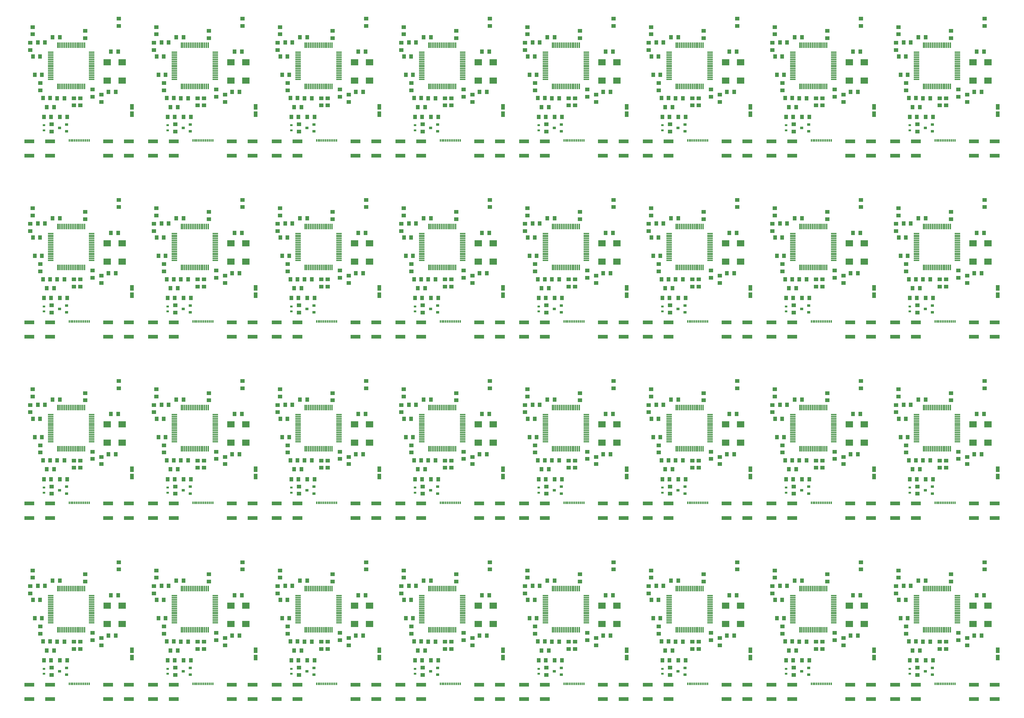
<source format=gbr>
G04 #@! TF.FileFunction,Paste,Top*
%FSLAX46Y46*%
G04 Gerber Fmt 4.6, Leading zero omitted, Abs format (unit mm)*
G04 Created by KiCad (PCBNEW 4.0.7-e2-6376~58~ubuntu16.04.1) date Mon Nov 20 20:39:29 2017*
%MOMM*%
%LPD*%
G01*
G04 APERTURE LIST*
%ADD10C,0.100000*%
%ADD11R,1.000000X1.524000*%
%ADD12R,2.000000X1.800000*%
%ADD13R,1.000000X1.250000*%
%ADD14R,0.900000X0.800000*%
%ADD15R,1.500000X0.300000*%
%ADD16R,0.300000X1.500000*%
%ADD17R,2.750000X1.000000*%
%ADD18R,1.250000X1.000000*%
%ADD19R,0.300000X0.700000*%
%ADD20R,0.700000X0.600000*%
G04 APERTURE END LIST*
D10*
D11*
X217805000Y-147853400D03*
X217805000Y-145821400D03*
D12*
X215142500Y-138518900D03*
X215142500Y-133438900D03*
X210942500Y-133438900D03*
X210942500Y-138518900D03*
D13*
X211318600Y-141732000D03*
X213318600Y-141732000D03*
D14*
X199755000Y-152613400D03*
X199755000Y-150713400D03*
X197755000Y-151663400D03*
D15*
X206677500Y-138204900D03*
X206677500Y-137704900D03*
X206677500Y-137204900D03*
X206677500Y-136704900D03*
X206677500Y-136204900D03*
X206677500Y-135704900D03*
X206677500Y-135204900D03*
X206677500Y-134704900D03*
X206677500Y-134204900D03*
X206677500Y-133704900D03*
X206677500Y-133204900D03*
X206677500Y-132704900D03*
X206677500Y-132204900D03*
X206677500Y-131704900D03*
X206677500Y-131204900D03*
X206677500Y-130704900D03*
D16*
X204727500Y-128754900D03*
X204227500Y-128754900D03*
X203727500Y-128754900D03*
X203227500Y-128754900D03*
X202727500Y-128754900D03*
X202227500Y-128754900D03*
X201727500Y-128754900D03*
X201227500Y-128754900D03*
X200727500Y-128754900D03*
X200227500Y-128754900D03*
X199727500Y-128754900D03*
X199227500Y-128754900D03*
X198727500Y-128754900D03*
X198227500Y-128754900D03*
X197727500Y-128754900D03*
X197227500Y-128754900D03*
D15*
X195277500Y-130704900D03*
X195277500Y-131204900D03*
X195277500Y-131704900D03*
X195277500Y-132204900D03*
X195277500Y-132704900D03*
X195277500Y-133204900D03*
X195277500Y-133704900D03*
X195277500Y-134204900D03*
X195277500Y-134704900D03*
X195277500Y-135204900D03*
X195277500Y-135704900D03*
X195277500Y-136204900D03*
X195277500Y-136704900D03*
X195277500Y-137204900D03*
X195277500Y-137704900D03*
X195277500Y-138204900D03*
D16*
X197227500Y-140154900D03*
X197727500Y-140154900D03*
X198227500Y-140154900D03*
X198727500Y-140154900D03*
X199227500Y-140154900D03*
X199727500Y-140154900D03*
X200227500Y-140154900D03*
X200727500Y-140154900D03*
X201227500Y-140154900D03*
X201727500Y-140154900D03*
X202227500Y-140154900D03*
X202727500Y-140154900D03*
X203227500Y-140154900D03*
X203727500Y-140154900D03*
X204227500Y-140154900D03*
X204727500Y-140154900D03*
D17*
X217002000Y-155378400D03*
X211242000Y-155378400D03*
X211242000Y-159378400D03*
X217002000Y-159378400D03*
X195158000Y-155378400D03*
X189398000Y-155378400D03*
X189398000Y-159378400D03*
X195158000Y-159378400D03*
D18*
X214198200Y-121402600D03*
X214198200Y-123402600D03*
X190322200Y-123714000D03*
X190322200Y-125714000D03*
D13*
X193183000Y-143408400D03*
X195183000Y-143408400D03*
D18*
X203555600Y-143449800D03*
X203555600Y-145449800D03*
X201726800Y-145449800D03*
X201726800Y-143449800D03*
D13*
X197120000Y-143433800D03*
X199120000Y-143433800D03*
D18*
X189611000Y-130057400D03*
X189611000Y-128057400D03*
D13*
X192389000Y-131851400D03*
X190389000Y-131851400D03*
X194224400Y-145897600D03*
X196224400Y-145897600D03*
D19*
X200450000Y-155152400D03*
X200950000Y-155152400D03*
X201450000Y-155152400D03*
X201950000Y-155152400D03*
X202450000Y-155152400D03*
X202950000Y-155152400D03*
X203450000Y-155152400D03*
X205950000Y-155152400D03*
X204950000Y-155152400D03*
X204450000Y-155152400D03*
X203950000Y-155152400D03*
X205450000Y-155152400D03*
D13*
X193437000Y-148615400D03*
X195437000Y-148615400D03*
D20*
X193421000Y-152363400D03*
X193421000Y-150963400D03*
D13*
X199882000Y-148615400D03*
X197882000Y-148615400D03*
D18*
X195580000Y-150663400D03*
X195580000Y-152663400D03*
D13*
X192897000Y-136931400D03*
X190897000Y-136931400D03*
D18*
X192405000Y-139233400D03*
X192405000Y-141233400D03*
D13*
X191722500Y-127977900D03*
X193722500Y-127977900D03*
X197850000Y-126517400D03*
X195850000Y-126517400D03*
D18*
X204851000Y-126755400D03*
X204851000Y-124755400D03*
X206883000Y-143011400D03*
X206883000Y-141011400D03*
X209397600Y-142459200D03*
X209397600Y-144459200D03*
D13*
X214004400Y-130556000D03*
X212004400Y-130556000D03*
D11*
X183515000Y-147853400D03*
X183515000Y-145821400D03*
D12*
X180852500Y-138518900D03*
X180852500Y-133438900D03*
X176652500Y-133438900D03*
X176652500Y-138518900D03*
D13*
X177028600Y-141732000D03*
X179028600Y-141732000D03*
D14*
X165465000Y-152613400D03*
X165465000Y-150713400D03*
X163465000Y-151663400D03*
D15*
X172387500Y-138204900D03*
X172387500Y-137704900D03*
X172387500Y-137204900D03*
X172387500Y-136704900D03*
X172387500Y-136204900D03*
X172387500Y-135704900D03*
X172387500Y-135204900D03*
X172387500Y-134704900D03*
X172387500Y-134204900D03*
X172387500Y-133704900D03*
X172387500Y-133204900D03*
X172387500Y-132704900D03*
X172387500Y-132204900D03*
X172387500Y-131704900D03*
X172387500Y-131204900D03*
X172387500Y-130704900D03*
D16*
X170437500Y-128754900D03*
X169937500Y-128754900D03*
X169437500Y-128754900D03*
X168937500Y-128754900D03*
X168437500Y-128754900D03*
X167937500Y-128754900D03*
X167437500Y-128754900D03*
X166937500Y-128754900D03*
X166437500Y-128754900D03*
X165937500Y-128754900D03*
X165437500Y-128754900D03*
X164937500Y-128754900D03*
X164437500Y-128754900D03*
X163937500Y-128754900D03*
X163437500Y-128754900D03*
X162937500Y-128754900D03*
D15*
X160987500Y-130704900D03*
X160987500Y-131204900D03*
X160987500Y-131704900D03*
X160987500Y-132204900D03*
X160987500Y-132704900D03*
X160987500Y-133204900D03*
X160987500Y-133704900D03*
X160987500Y-134204900D03*
X160987500Y-134704900D03*
X160987500Y-135204900D03*
X160987500Y-135704900D03*
X160987500Y-136204900D03*
X160987500Y-136704900D03*
X160987500Y-137204900D03*
X160987500Y-137704900D03*
X160987500Y-138204900D03*
D16*
X162937500Y-140154900D03*
X163437500Y-140154900D03*
X163937500Y-140154900D03*
X164437500Y-140154900D03*
X164937500Y-140154900D03*
X165437500Y-140154900D03*
X165937500Y-140154900D03*
X166437500Y-140154900D03*
X166937500Y-140154900D03*
X167437500Y-140154900D03*
X167937500Y-140154900D03*
X168437500Y-140154900D03*
X168937500Y-140154900D03*
X169437500Y-140154900D03*
X169937500Y-140154900D03*
X170437500Y-140154900D03*
D17*
X182712000Y-155378400D03*
X176952000Y-155378400D03*
X176952000Y-159378400D03*
X182712000Y-159378400D03*
X160868000Y-155378400D03*
X155108000Y-155378400D03*
X155108000Y-159378400D03*
X160868000Y-159378400D03*
D18*
X179908200Y-121402600D03*
X179908200Y-123402600D03*
X156032200Y-123714000D03*
X156032200Y-125714000D03*
D13*
X158893000Y-143408400D03*
X160893000Y-143408400D03*
D18*
X169265600Y-143449800D03*
X169265600Y-145449800D03*
X167436800Y-145449800D03*
X167436800Y-143449800D03*
D13*
X162830000Y-143433800D03*
X164830000Y-143433800D03*
D18*
X155321000Y-130057400D03*
X155321000Y-128057400D03*
D13*
X158099000Y-131851400D03*
X156099000Y-131851400D03*
X159934400Y-145897600D03*
X161934400Y-145897600D03*
D19*
X166160000Y-155152400D03*
X166660000Y-155152400D03*
X167160000Y-155152400D03*
X167660000Y-155152400D03*
X168160000Y-155152400D03*
X168660000Y-155152400D03*
X169160000Y-155152400D03*
X171660000Y-155152400D03*
X170660000Y-155152400D03*
X170160000Y-155152400D03*
X169660000Y-155152400D03*
X171160000Y-155152400D03*
D13*
X159147000Y-148615400D03*
X161147000Y-148615400D03*
D20*
X159131000Y-152363400D03*
X159131000Y-150963400D03*
D13*
X165592000Y-148615400D03*
X163592000Y-148615400D03*
D18*
X161290000Y-150663400D03*
X161290000Y-152663400D03*
D13*
X158607000Y-136931400D03*
X156607000Y-136931400D03*
D18*
X158115000Y-139233400D03*
X158115000Y-141233400D03*
D13*
X157432500Y-127977900D03*
X159432500Y-127977900D03*
X163560000Y-126517400D03*
X161560000Y-126517400D03*
D18*
X170561000Y-126755400D03*
X170561000Y-124755400D03*
X172593000Y-143011400D03*
X172593000Y-141011400D03*
X175107600Y-142459200D03*
X175107600Y-144459200D03*
D13*
X179714400Y-130556000D03*
X177714400Y-130556000D03*
X248294400Y-130556000D03*
X246294400Y-130556000D03*
D18*
X243687600Y-142459200D03*
X243687600Y-144459200D03*
X241173000Y-143011400D03*
X241173000Y-141011400D03*
X239141000Y-126755400D03*
X239141000Y-124755400D03*
D13*
X232140000Y-126517400D03*
X230140000Y-126517400D03*
X226012500Y-127977900D03*
X228012500Y-127977900D03*
D18*
X226695000Y-139233400D03*
X226695000Y-141233400D03*
D13*
X227187000Y-136931400D03*
X225187000Y-136931400D03*
D18*
X229870000Y-150663400D03*
X229870000Y-152663400D03*
D13*
X234172000Y-148615400D03*
X232172000Y-148615400D03*
D20*
X227711000Y-152363400D03*
X227711000Y-150963400D03*
D13*
X227727000Y-148615400D03*
X229727000Y-148615400D03*
D19*
X234740000Y-155152400D03*
X235240000Y-155152400D03*
X235740000Y-155152400D03*
X236240000Y-155152400D03*
X236740000Y-155152400D03*
X237240000Y-155152400D03*
X237740000Y-155152400D03*
X240240000Y-155152400D03*
X239240000Y-155152400D03*
X238740000Y-155152400D03*
X238240000Y-155152400D03*
X239740000Y-155152400D03*
D13*
X228514400Y-145897600D03*
X230514400Y-145897600D03*
X226679000Y-131851400D03*
X224679000Y-131851400D03*
D18*
X223901000Y-130057400D03*
X223901000Y-128057400D03*
D13*
X231410000Y-143433800D03*
X233410000Y-143433800D03*
D18*
X236016800Y-145449800D03*
X236016800Y-143449800D03*
X237845600Y-143449800D03*
X237845600Y-145449800D03*
D13*
X227473000Y-143408400D03*
X229473000Y-143408400D03*
D18*
X224612200Y-123714000D03*
X224612200Y-125714000D03*
X248488200Y-121402600D03*
X248488200Y-123402600D03*
D17*
X229448000Y-155378400D03*
X223688000Y-155378400D03*
X223688000Y-159378400D03*
X229448000Y-159378400D03*
X251292000Y-155378400D03*
X245532000Y-155378400D03*
X245532000Y-159378400D03*
X251292000Y-159378400D03*
D15*
X240967500Y-138204900D03*
X240967500Y-137704900D03*
X240967500Y-137204900D03*
X240967500Y-136704900D03*
X240967500Y-136204900D03*
X240967500Y-135704900D03*
X240967500Y-135204900D03*
X240967500Y-134704900D03*
X240967500Y-134204900D03*
X240967500Y-133704900D03*
X240967500Y-133204900D03*
X240967500Y-132704900D03*
X240967500Y-132204900D03*
X240967500Y-131704900D03*
X240967500Y-131204900D03*
X240967500Y-130704900D03*
D16*
X239017500Y-128754900D03*
X238517500Y-128754900D03*
X238017500Y-128754900D03*
X237517500Y-128754900D03*
X237017500Y-128754900D03*
X236517500Y-128754900D03*
X236017500Y-128754900D03*
X235517500Y-128754900D03*
X235017500Y-128754900D03*
X234517500Y-128754900D03*
X234017500Y-128754900D03*
X233517500Y-128754900D03*
X233017500Y-128754900D03*
X232517500Y-128754900D03*
X232017500Y-128754900D03*
X231517500Y-128754900D03*
D15*
X229567500Y-130704900D03*
X229567500Y-131204900D03*
X229567500Y-131704900D03*
X229567500Y-132204900D03*
X229567500Y-132704900D03*
X229567500Y-133204900D03*
X229567500Y-133704900D03*
X229567500Y-134204900D03*
X229567500Y-134704900D03*
X229567500Y-135204900D03*
X229567500Y-135704900D03*
X229567500Y-136204900D03*
X229567500Y-136704900D03*
X229567500Y-137204900D03*
X229567500Y-137704900D03*
X229567500Y-138204900D03*
D16*
X231517500Y-140154900D03*
X232017500Y-140154900D03*
X232517500Y-140154900D03*
X233017500Y-140154900D03*
X233517500Y-140154900D03*
X234017500Y-140154900D03*
X234517500Y-140154900D03*
X235017500Y-140154900D03*
X235517500Y-140154900D03*
X236017500Y-140154900D03*
X236517500Y-140154900D03*
X237017500Y-140154900D03*
X237517500Y-140154900D03*
X238017500Y-140154900D03*
X238517500Y-140154900D03*
X239017500Y-140154900D03*
D14*
X234045000Y-152613400D03*
X234045000Y-150713400D03*
X232045000Y-151663400D03*
D13*
X245608600Y-141732000D03*
X247608600Y-141732000D03*
D12*
X249432500Y-138518900D03*
X249432500Y-133438900D03*
X245232500Y-133438900D03*
X245232500Y-138518900D03*
D11*
X252095000Y-147853400D03*
X252095000Y-145821400D03*
D13*
X282584400Y-130556000D03*
X280584400Y-130556000D03*
D18*
X277977600Y-142459200D03*
X277977600Y-144459200D03*
X275463000Y-143011400D03*
X275463000Y-141011400D03*
X273431000Y-126755400D03*
X273431000Y-124755400D03*
D13*
X266430000Y-126517400D03*
X264430000Y-126517400D03*
X260302500Y-127977900D03*
X262302500Y-127977900D03*
D18*
X260985000Y-139233400D03*
X260985000Y-141233400D03*
D13*
X261477000Y-136931400D03*
X259477000Y-136931400D03*
D18*
X264160000Y-150663400D03*
X264160000Y-152663400D03*
D13*
X268462000Y-148615400D03*
X266462000Y-148615400D03*
D20*
X262001000Y-152363400D03*
X262001000Y-150963400D03*
D13*
X262017000Y-148615400D03*
X264017000Y-148615400D03*
D19*
X269030000Y-155152400D03*
X269530000Y-155152400D03*
X270030000Y-155152400D03*
X270530000Y-155152400D03*
X271030000Y-155152400D03*
X271530000Y-155152400D03*
X272030000Y-155152400D03*
X274530000Y-155152400D03*
X273530000Y-155152400D03*
X273030000Y-155152400D03*
X272530000Y-155152400D03*
X274030000Y-155152400D03*
D13*
X262804400Y-145897600D03*
X264804400Y-145897600D03*
X260969000Y-131851400D03*
X258969000Y-131851400D03*
D18*
X258191000Y-130057400D03*
X258191000Y-128057400D03*
D13*
X265700000Y-143433800D03*
X267700000Y-143433800D03*
D18*
X270306800Y-145449800D03*
X270306800Y-143449800D03*
X272135600Y-143449800D03*
X272135600Y-145449800D03*
D13*
X261763000Y-143408400D03*
X263763000Y-143408400D03*
D18*
X258902200Y-123714000D03*
X258902200Y-125714000D03*
X282778200Y-121402600D03*
X282778200Y-123402600D03*
D17*
X263738000Y-155378400D03*
X257978000Y-155378400D03*
X257978000Y-159378400D03*
X263738000Y-159378400D03*
X285582000Y-155378400D03*
X279822000Y-155378400D03*
X279822000Y-159378400D03*
X285582000Y-159378400D03*
D15*
X275257500Y-138204900D03*
X275257500Y-137704900D03*
X275257500Y-137204900D03*
X275257500Y-136704900D03*
X275257500Y-136204900D03*
X275257500Y-135704900D03*
X275257500Y-135204900D03*
X275257500Y-134704900D03*
X275257500Y-134204900D03*
X275257500Y-133704900D03*
X275257500Y-133204900D03*
X275257500Y-132704900D03*
X275257500Y-132204900D03*
X275257500Y-131704900D03*
X275257500Y-131204900D03*
X275257500Y-130704900D03*
D16*
X273307500Y-128754900D03*
X272807500Y-128754900D03*
X272307500Y-128754900D03*
X271807500Y-128754900D03*
X271307500Y-128754900D03*
X270807500Y-128754900D03*
X270307500Y-128754900D03*
X269807500Y-128754900D03*
X269307500Y-128754900D03*
X268807500Y-128754900D03*
X268307500Y-128754900D03*
X267807500Y-128754900D03*
X267307500Y-128754900D03*
X266807500Y-128754900D03*
X266307500Y-128754900D03*
X265807500Y-128754900D03*
D15*
X263857500Y-130704900D03*
X263857500Y-131204900D03*
X263857500Y-131704900D03*
X263857500Y-132204900D03*
X263857500Y-132704900D03*
X263857500Y-133204900D03*
X263857500Y-133704900D03*
X263857500Y-134204900D03*
X263857500Y-134704900D03*
X263857500Y-135204900D03*
X263857500Y-135704900D03*
X263857500Y-136204900D03*
X263857500Y-136704900D03*
X263857500Y-137204900D03*
X263857500Y-137704900D03*
X263857500Y-138204900D03*
D16*
X265807500Y-140154900D03*
X266307500Y-140154900D03*
X266807500Y-140154900D03*
X267307500Y-140154900D03*
X267807500Y-140154900D03*
X268307500Y-140154900D03*
X268807500Y-140154900D03*
X269307500Y-140154900D03*
X269807500Y-140154900D03*
X270307500Y-140154900D03*
X270807500Y-140154900D03*
X271307500Y-140154900D03*
X271807500Y-140154900D03*
X272307500Y-140154900D03*
X272807500Y-140154900D03*
X273307500Y-140154900D03*
D14*
X268335000Y-152613400D03*
X268335000Y-150713400D03*
X266335000Y-151663400D03*
D13*
X279898600Y-141732000D03*
X281898600Y-141732000D03*
D12*
X283722500Y-138518900D03*
X283722500Y-133438900D03*
X279522500Y-133438900D03*
X279522500Y-138518900D03*
D11*
X286385000Y-147853400D03*
X286385000Y-145821400D03*
X149225000Y-147853400D03*
X149225000Y-145821400D03*
D12*
X146562500Y-138518900D03*
X146562500Y-133438900D03*
X142362500Y-133438900D03*
X142362500Y-138518900D03*
D13*
X142738600Y-141732000D03*
X144738600Y-141732000D03*
D14*
X131175000Y-152613400D03*
X131175000Y-150713400D03*
X129175000Y-151663400D03*
D15*
X138097500Y-138204900D03*
X138097500Y-137704900D03*
X138097500Y-137204900D03*
X138097500Y-136704900D03*
X138097500Y-136204900D03*
X138097500Y-135704900D03*
X138097500Y-135204900D03*
X138097500Y-134704900D03*
X138097500Y-134204900D03*
X138097500Y-133704900D03*
X138097500Y-133204900D03*
X138097500Y-132704900D03*
X138097500Y-132204900D03*
X138097500Y-131704900D03*
X138097500Y-131204900D03*
X138097500Y-130704900D03*
D16*
X136147500Y-128754900D03*
X135647500Y-128754900D03*
X135147500Y-128754900D03*
X134647500Y-128754900D03*
X134147500Y-128754900D03*
X133647500Y-128754900D03*
X133147500Y-128754900D03*
X132647500Y-128754900D03*
X132147500Y-128754900D03*
X131647500Y-128754900D03*
X131147500Y-128754900D03*
X130647500Y-128754900D03*
X130147500Y-128754900D03*
X129647500Y-128754900D03*
X129147500Y-128754900D03*
X128647500Y-128754900D03*
D15*
X126697500Y-130704900D03*
X126697500Y-131204900D03*
X126697500Y-131704900D03*
X126697500Y-132204900D03*
X126697500Y-132704900D03*
X126697500Y-133204900D03*
X126697500Y-133704900D03*
X126697500Y-134204900D03*
X126697500Y-134704900D03*
X126697500Y-135204900D03*
X126697500Y-135704900D03*
X126697500Y-136204900D03*
X126697500Y-136704900D03*
X126697500Y-137204900D03*
X126697500Y-137704900D03*
X126697500Y-138204900D03*
D16*
X128647500Y-140154900D03*
X129147500Y-140154900D03*
X129647500Y-140154900D03*
X130147500Y-140154900D03*
X130647500Y-140154900D03*
X131147500Y-140154900D03*
X131647500Y-140154900D03*
X132147500Y-140154900D03*
X132647500Y-140154900D03*
X133147500Y-140154900D03*
X133647500Y-140154900D03*
X134147500Y-140154900D03*
X134647500Y-140154900D03*
X135147500Y-140154900D03*
X135647500Y-140154900D03*
X136147500Y-140154900D03*
D17*
X148422000Y-155378400D03*
X142662000Y-155378400D03*
X142662000Y-159378400D03*
X148422000Y-159378400D03*
X126578000Y-155378400D03*
X120818000Y-155378400D03*
X120818000Y-159378400D03*
X126578000Y-159378400D03*
D18*
X145618200Y-121402600D03*
X145618200Y-123402600D03*
X121742200Y-123714000D03*
X121742200Y-125714000D03*
D13*
X124603000Y-143408400D03*
X126603000Y-143408400D03*
D18*
X134975600Y-143449800D03*
X134975600Y-145449800D03*
X133146800Y-145449800D03*
X133146800Y-143449800D03*
D13*
X128540000Y-143433800D03*
X130540000Y-143433800D03*
D18*
X121031000Y-130057400D03*
X121031000Y-128057400D03*
D13*
X123809000Y-131851400D03*
X121809000Y-131851400D03*
X125644400Y-145897600D03*
X127644400Y-145897600D03*
D19*
X131870000Y-155152400D03*
X132370000Y-155152400D03*
X132870000Y-155152400D03*
X133370000Y-155152400D03*
X133870000Y-155152400D03*
X134370000Y-155152400D03*
X134870000Y-155152400D03*
X137370000Y-155152400D03*
X136370000Y-155152400D03*
X135870000Y-155152400D03*
X135370000Y-155152400D03*
X136870000Y-155152400D03*
D13*
X124857000Y-148615400D03*
X126857000Y-148615400D03*
D20*
X124841000Y-152363400D03*
X124841000Y-150963400D03*
D13*
X131302000Y-148615400D03*
X129302000Y-148615400D03*
D18*
X127000000Y-150663400D03*
X127000000Y-152663400D03*
D13*
X124317000Y-136931400D03*
X122317000Y-136931400D03*
D18*
X123825000Y-139233400D03*
X123825000Y-141233400D03*
D13*
X123142500Y-127977900D03*
X125142500Y-127977900D03*
X129270000Y-126517400D03*
X127270000Y-126517400D03*
D18*
X136271000Y-126755400D03*
X136271000Y-124755400D03*
X138303000Y-143011400D03*
X138303000Y-141011400D03*
X140817600Y-142459200D03*
X140817600Y-144459200D03*
D13*
X145424400Y-130556000D03*
X143424400Y-130556000D03*
D11*
X114935000Y-147853400D03*
X114935000Y-145821400D03*
D12*
X112272500Y-138518900D03*
X112272500Y-133438900D03*
X108072500Y-133438900D03*
X108072500Y-138518900D03*
D13*
X108448600Y-141732000D03*
X110448600Y-141732000D03*
D14*
X96885000Y-152613400D03*
X96885000Y-150713400D03*
X94885000Y-151663400D03*
D15*
X103807500Y-138204900D03*
X103807500Y-137704900D03*
X103807500Y-137204900D03*
X103807500Y-136704900D03*
X103807500Y-136204900D03*
X103807500Y-135704900D03*
X103807500Y-135204900D03*
X103807500Y-134704900D03*
X103807500Y-134204900D03*
X103807500Y-133704900D03*
X103807500Y-133204900D03*
X103807500Y-132704900D03*
X103807500Y-132204900D03*
X103807500Y-131704900D03*
X103807500Y-131204900D03*
X103807500Y-130704900D03*
D16*
X101857500Y-128754900D03*
X101357500Y-128754900D03*
X100857500Y-128754900D03*
X100357500Y-128754900D03*
X99857500Y-128754900D03*
X99357500Y-128754900D03*
X98857500Y-128754900D03*
X98357500Y-128754900D03*
X97857500Y-128754900D03*
X97357500Y-128754900D03*
X96857500Y-128754900D03*
X96357500Y-128754900D03*
X95857500Y-128754900D03*
X95357500Y-128754900D03*
X94857500Y-128754900D03*
X94357500Y-128754900D03*
D15*
X92407500Y-130704900D03*
X92407500Y-131204900D03*
X92407500Y-131704900D03*
X92407500Y-132204900D03*
X92407500Y-132704900D03*
X92407500Y-133204900D03*
X92407500Y-133704900D03*
X92407500Y-134204900D03*
X92407500Y-134704900D03*
X92407500Y-135204900D03*
X92407500Y-135704900D03*
X92407500Y-136204900D03*
X92407500Y-136704900D03*
X92407500Y-137204900D03*
X92407500Y-137704900D03*
X92407500Y-138204900D03*
D16*
X94357500Y-140154900D03*
X94857500Y-140154900D03*
X95357500Y-140154900D03*
X95857500Y-140154900D03*
X96357500Y-140154900D03*
X96857500Y-140154900D03*
X97357500Y-140154900D03*
X97857500Y-140154900D03*
X98357500Y-140154900D03*
X98857500Y-140154900D03*
X99357500Y-140154900D03*
X99857500Y-140154900D03*
X100357500Y-140154900D03*
X100857500Y-140154900D03*
X101357500Y-140154900D03*
X101857500Y-140154900D03*
D17*
X114132000Y-155378400D03*
X108372000Y-155378400D03*
X108372000Y-159378400D03*
X114132000Y-159378400D03*
X92288000Y-155378400D03*
X86528000Y-155378400D03*
X86528000Y-159378400D03*
X92288000Y-159378400D03*
D18*
X111328200Y-121402600D03*
X111328200Y-123402600D03*
X87452200Y-123714000D03*
X87452200Y-125714000D03*
D13*
X90313000Y-143408400D03*
X92313000Y-143408400D03*
D18*
X100685600Y-143449800D03*
X100685600Y-145449800D03*
X98856800Y-145449800D03*
X98856800Y-143449800D03*
D13*
X94250000Y-143433800D03*
X96250000Y-143433800D03*
D18*
X86741000Y-130057400D03*
X86741000Y-128057400D03*
D13*
X89519000Y-131851400D03*
X87519000Y-131851400D03*
X91354400Y-145897600D03*
X93354400Y-145897600D03*
D19*
X97580000Y-155152400D03*
X98080000Y-155152400D03*
X98580000Y-155152400D03*
X99080000Y-155152400D03*
X99580000Y-155152400D03*
X100080000Y-155152400D03*
X100580000Y-155152400D03*
X103080000Y-155152400D03*
X102080000Y-155152400D03*
X101580000Y-155152400D03*
X101080000Y-155152400D03*
X102580000Y-155152400D03*
D13*
X90567000Y-148615400D03*
X92567000Y-148615400D03*
D20*
X90551000Y-152363400D03*
X90551000Y-150963400D03*
D13*
X97012000Y-148615400D03*
X95012000Y-148615400D03*
D18*
X92710000Y-150663400D03*
X92710000Y-152663400D03*
D13*
X90027000Y-136931400D03*
X88027000Y-136931400D03*
D18*
X89535000Y-139233400D03*
X89535000Y-141233400D03*
D13*
X88852500Y-127977900D03*
X90852500Y-127977900D03*
X94980000Y-126517400D03*
X92980000Y-126517400D03*
D18*
X101981000Y-126755400D03*
X101981000Y-124755400D03*
X104013000Y-143011400D03*
X104013000Y-141011400D03*
X106527600Y-142459200D03*
X106527600Y-144459200D03*
D13*
X111134400Y-130556000D03*
X109134400Y-130556000D03*
X42554400Y-130556000D03*
X40554400Y-130556000D03*
D18*
X37947600Y-142459200D03*
X37947600Y-144459200D03*
X35433000Y-143011400D03*
X35433000Y-141011400D03*
X33401000Y-126755400D03*
X33401000Y-124755400D03*
D13*
X26400000Y-126517400D03*
X24400000Y-126517400D03*
X20272500Y-127977900D03*
X22272500Y-127977900D03*
D18*
X20955000Y-139233400D03*
X20955000Y-141233400D03*
D13*
X21447000Y-136931400D03*
X19447000Y-136931400D03*
D18*
X24130000Y-150663400D03*
X24130000Y-152663400D03*
D13*
X28432000Y-148615400D03*
X26432000Y-148615400D03*
D20*
X21971000Y-152363400D03*
X21971000Y-150963400D03*
D13*
X21987000Y-148615400D03*
X23987000Y-148615400D03*
D19*
X29000000Y-155152400D03*
X29500000Y-155152400D03*
X30000000Y-155152400D03*
X30500000Y-155152400D03*
X31000000Y-155152400D03*
X31500000Y-155152400D03*
X32000000Y-155152400D03*
X34500000Y-155152400D03*
X33500000Y-155152400D03*
X33000000Y-155152400D03*
X32500000Y-155152400D03*
X34000000Y-155152400D03*
D13*
X22774400Y-145897600D03*
X24774400Y-145897600D03*
X20939000Y-131851400D03*
X18939000Y-131851400D03*
D18*
X18161000Y-130057400D03*
X18161000Y-128057400D03*
D13*
X25670000Y-143433800D03*
X27670000Y-143433800D03*
D18*
X30276800Y-145449800D03*
X30276800Y-143449800D03*
X32105600Y-143449800D03*
X32105600Y-145449800D03*
D13*
X21733000Y-143408400D03*
X23733000Y-143408400D03*
D18*
X18872200Y-123714000D03*
X18872200Y-125714000D03*
X42748200Y-121402600D03*
X42748200Y-123402600D03*
D17*
X23708000Y-155378400D03*
X17948000Y-155378400D03*
X17948000Y-159378400D03*
X23708000Y-159378400D03*
X45552000Y-155378400D03*
X39792000Y-155378400D03*
X39792000Y-159378400D03*
X45552000Y-159378400D03*
D15*
X35227500Y-138204900D03*
X35227500Y-137704900D03*
X35227500Y-137204900D03*
X35227500Y-136704900D03*
X35227500Y-136204900D03*
X35227500Y-135704900D03*
X35227500Y-135204900D03*
X35227500Y-134704900D03*
X35227500Y-134204900D03*
X35227500Y-133704900D03*
X35227500Y-133204900D03*
X35227500Y-132704900D03*
X35227500Y-132204900D03*
X35227500Y-131704900D03*
X35227500Y-131204900D03*
X35227500Y-130704900D03*
D16*
X33277500Y-128754900D03*
X32777500Y-128754900D03*
X32277500Y-128754900D03*
X31777500Y-128754900D03*
X31277500Y-128754900D03*
X30777500Y-128754900D03*
X30277500Y-128754900D03*
X29777500Y-128754900D03*
X29277500Y-128754900D03*
X28777500Y-128754900D03*
X28277500Y-128754900D03*
X27777500Y-128754900D03*
X27277500Y-128754900D03*
X26777500Y-128754900D03*
X26277500Y-128754900D03*
X25777500Y-128754900D03*
D15*
X23827500Y-130704900D03*
X23827500Y-131204900D03*
X23827500Y-131704900D03*
X23827500Y-132204900D03*
X23827500Y-132704900D03*
X23827500Y-133204900D03*
X23827500Y-133704900D03*
X23827500Y-134204900D03*
X23827500Y-134704900D03*
X23827500Y-135204900D03*
X23827500Y-135704900D03*
X23827500Y-136204900D03*
X23827500Y-136704900D03*
X23827500Y-137204900D03*
X23827500Y-137704900D03*
X23827500Y-138204900D03*
D16*
X25777500Y-140154900D03*
X26277500Y-140154900D03*
X26777500Y-140154900D03*
X27277500Y-140154900D03*
X27777500Y-140154900D03*
X28277500Y-140154900D03*
X28777500Y-140154900D03*
X29277500Y-140154900D03*
X29777500Y-140154900D03*
X30277500Y-140154900D03*
X30777500Y-140154900D03*
X31277500Y-140154900D03*
X31777500Y-140154900D03*
X32277500Y-140154900D03*
X32777500Y-140154900D03*
X33277500Y-140154900D03*
D14*
X28305000Y-152613400D03*
X28305000Y-150713400D03*
X26305000Y-151663400D03*
D13*
X39868600Y-141732000D03*
X41868600Y-141732000D03*
D12*
X43692500Y-138518900D03*
X43692500Y-133438900D03*
X39492500Y-133438900D03*
X39492500Y-138518900D03*
D11*
X46355000Y-147853400D03*
X46355000Y-145821400D03*
D13*
X76844400Y-130556000D03*
X74844400Y-130556000D03*
D18*
X72237600Y-142459200D03*
X72237600Y-144459200D03*
X69723000Y-143011400D03*
X69723000Y-141011400D03*
X67691000Y-126755400D03*
X67691000Y-124755400D03*
D13*
X60690000Y-126517400D03*
X58690000Y-126517400D03*
X54562500Y-127977900D03*
X56562500Y-127977900D03*
D18*
X55245000Y-139233400D03*
X55245000Y-141233400D03*
D13*
X55737000Y-136931400D03*
X53737000Y-136931400D03*
D18*
X58420000Y-150663400D03*
X58420000Y-152663400D03*
D13*
X62722000Y-148615400D03*
X60722000Y-148615400D03*
D20*
X56261000Y-152363400D03*
X56261000Y-150963400D03*
D13*
X56277000Y-148615400D03*
X58277000Y-148615400D03*
D19*
X63290000Y-155152400D03*
X63790000Y-155152400D03*
X64290000Y-155152400D03*
X64790000Y-155152400D03*
X65290000Y-155152400D03*
X65790000Y-155152400D03*
X66290000Y-155152400D03*
X68790000Y-155152400D03*
X67790000Y-155152400D03*
X67290000Y-155152400D03*
X66790000Y-155152400D03*
X68290000Y-155152400D03*
D13*
X57064400Y-145897600D03*
X59064400Y-145897600D03*
X55229000Y-131851400D03*
X53229000Y-131851400D03*
D18*
X52451000Y-130057400D03*
X52451000Y-128057400D03*
D13*
X59960000Y-143433800D03*
X61960000Y-143433800D03*
D18*
X64566800Y-145449800D03*
X64566800Y-143449800D03*
X66395600Y-143449800D03*
X66395600Y-145449800D03*
D13*
X56023000Y-143408400D03*
X58023000Y-143408400D03*
D18*
X53162200Y-123714000D03*
X53162200Y-125714000D03*
X77038200Y-121402600D03*
X77038200Y-123402600D03*
D17*
X57998000Y-155378400D03*
X52238000Y-155378400D03*
X52238000Y-159378400D03*
X57998000Y-159378400D03*
X79842000Y-155378400D03*
X74082000Y-155378400D03*
X74082000Y-159378400D03*
X79842000Y-159378400D03*
D15*
X69517500Y-138204900D03*
X69517500Y-137704900D03*
X69517500Y-137204900D03*
X69517500Y-136704900D03*
X69517500Y-136204900D03*
X69517500Y-135704900D03*
X69517500Y-135204900D03*
X69517500Y-134704900D03*
X69517500Y-134204900D03*
X69517500Y-133704900D03*
X69517500Y-133204900D03*
X69517500Y-132704900D03*
X69517500Y-132204900D03*
X69517500Y-131704900D03*
X69517500Y-131204900D03*
X69517500Y-130704900D03*
D16*
X67567500Y-128754900D03*
X67067500Y-128754900D03*
X66567500Y-128754900D03*
X66067500Y-128754900D03*
X65567500Y-128754900D03*
X65067500Y-128754900D03*
X64567500Y-128754900D03*
X64067500Y-128754900D03*
X63567500Y-128754900D03*
X63067500Y-128754900D03*
X62567500Y-128754900D03*
X62067500Y-128754900D03*
X61567500Y-128754900D03*
X61067500Y-128754900D03*
X60567500Y-128754900D03*
X60067500Y-128754900D03*
D15*
X58117500Y-130704900D03*
X58117500Y-131204900D03*
X58117500Y-131704900D03*
X58117500Y-132204900D03*
X58117500Y-132704900D03*
X58117500Y-133204900D03*
X58117500Y-133704900D03*
X58117500Y-134204900D03*
X58117500Y-134704900D03*
X58117500Y-135204900D03*
X58117500Y-135704900D03*
X58117500Y-136204900D03*
X58117500Y-136704900D03*
X58117500Y-137204900D03*
X58117500Y-137704900D03*
X58117500Y-138204900D03*
D16*
X60067500Y-140154900D03*
X60567500Y-140154900D03*
X61067500Y-140154900D03*
X61567500Y-140154900D03*
X62067500Y-140154900D03*
X62567500Y-140154900D03*
X63067500Y-140154900D03*
X63567500Y-140154900D03*
X64067500Y-140154900D03*
X64567500Y-140154900D03*
X65067500Y-140154900D03*
X65567500Y-140154900D03*
X66067500Y-140154900D03*
X66567500Y-140154900D03*
X67067500Y-140154900D03*
X67567500Y-140154900D03*
D14*
X62595000Y-152613400D03*
X62595000Y-150713400D03*
X60595000Y-151663400D03*
D13*
X74158600Y-141732000D03*
X76158600Y-141732000D03*
D12*
X77982500Y-138518900D03*
X77982500Y-133438900D03*
X73782500Y-133438900D03*
X73782500Y-138518900D03*
D11*
X80645000Y-147853400D03*
X80645000Y-145821400D03*
X80645000Y-198094600D03*
X80645000Y-196062600D03*
D12*
X77982500Y-188760100D03*
X77982500Y-183680100D03*
X73782500Y-183680100D03*
X73782500Y-188760100D03*
D13*
X74158600Y-191973200D03*
X76158600Y-191973200D03*
D14*
X62595000Y-202854600D03*
X62595000Y-200954600D03*
X60595000Y-201904600D03*
D15*
X69517500Y-188446100D03*
X69517500Y-187946100D03*
X69517500Y-187446100D03*
X69517500Y-186946100D03*
X69517500Y-186446100D03*
X69517500Y-185946100D03*
X69517500Y-185446100D03*
X69517500Y-184946100D03*
X69517500Y-184446100D03*
X69517500Y-183946100D03*
X69517500Y-183446100D03*
X69517500Y-182946100D03*
X69517500Y-182446100D03*
X69517500Y-181946100D03*
X69517500Y-181446100D03*
X69517500Y-180946100D03*
D16*
X67567500Y-178996100D03*
X67067500Y-178996100D03*
X66567500Y-178996100D03*
X66067500Y-178996100D03*
X65567500Y-178996100D03*
X65067500Y-178996100D03*
X64567500Y-178996100D03*
X64067500Y-178996100D03*
X63567500Y-178996100D03*
X63067500Y-178996100D03*
X62567500Y-178996100D03*
X62067500Y-178996100D03*
X61567500Y-178996100D03*
X61067500Y-178996100D03*
X60567500Y-178996100D03*
X60067500Y-178996100D03*
D15*
X58117500Y-180946100D03*
X58117500Y-181446100D03*
X58117500Y-181946100D03*
X58117500Y-182446100D03*
X58117500Y-182946100D03*
X58117500Y-183446100D03*
X58117500Y-183946100D03*
X58117500Y-184446100D03*
X58117500Y-184946100D03*
X58117500Y-185446100D03*
X58117500Y-185946100D03*
X58117500Y-186446100D03*
X58117500Y-186946100D03*
X58117500Y-187446100D03*
X58117500Y-187946100D03*
X58117500Y-188446100D03*
D16*
X60067500Y-190396100D03*
X60567500Y-190396100D03*
X61067500Y-190396100D03*
X61567500Y-190396100D03*
X62067500Y-190396100D03*
X62567500Y-190396100D03*
X63067500Y-190396100D03*
X63567500Y-190396100D03*
X64067500Y-190396100D03*
X64567500Y-190396100D03*
X65067500Y-190396100D03*
X65567500Y-190396100D03*
X66067500Y-190396100D03*
X66567500Y-190396100D03*
X67067500Y-190396100D03*
X67567500Y-190396100D03*
D17*
X79842000Y-205619600D03*
X74082000Y-205619600D03*
X74082000Y-209619600D03*
X79842000Y-209619600D03*
X57998000Y-205619600D03*
X52238000Y-205619600D03*
X52238000Y-209619600D03*
X57998000Y-209619600D03*
D18*
X77038200Y-171643800D03*
X77038200Y-173643800D03*
X53162200Y-173955200D03*
X53162200Y-175955200D03*
D13*
X56023000Y-193649600D03*
X58023000Y-193649600D03*
D18*
X66395600Y-193691000D03*
X66395600Y-195691000D03*
X64566800Y-195691000D03*
X64566800Y-193691000D03*
D13*
X59960000Y-193675000D03*
X61960000Y-193675000D03*
D18*
X52451000Y-180298600D03*
X52451000Y-178298600D03*
D13*
X55229000Y-182092600D03*
X53229000Y-182092600D03*
X57064400Y-196138800D03*
X59064400Y-196138800D03*
D19*
X63290000Y-205393600D03*
X63790000Y-205393600D03*
X64290000Y-205393600D03*
X64790000Y-205393600D03*
X65290000Y-205393600D03*
X65790000Y-205393600D03*
X66290000Y-205393600D03*
X68790000Y-205393600D03*
X67790000Y-205393600D03*
X67290000Y-205393600D03*
X66790000Y-205393600D03*
X68290000Y-205393600D03*
D13*
X56277000Y-198856600D03*
X58277000Y-198856600D03*
D20*
X56261000Y-202604600D03*
X56261000Y-201204600D03*
D13*
X62722000Y-198856600D03*
X60722000Y-198856600D03*
D18*
X58420000Y-200904600D03*
X58420000Y-202904600D03*
D13*
X55737000Y-187172600D03*
X53737000Y-187172600D03*
D18*
X55245000Y-189474600D03*
X55245000Y-191474600D03*
D13*
X54562500Y-178219100D03*
X56562500Y-178219100D03*
X60690000Y-176758600D03*
X58690000Y-176758600D03*
D18*
X67691000Y-176996600D03*
X67691000Y-174996600D03*
X69723000Y-193252600D03*
X69723000Y-191252600D03*
X72237600Y-192700400D03*
X72237600Y-194700400D03*
D13*
X76844400Y-180797200D03*
X74844400Y-180797200D03*
D11*
X46355000Y-198094600D03*
X46355000Y-196062600D03*
D12*
X43692500Y-188760100D03*
X43692500Y-183680100D03*
X39492500Y-183680100D03*
X39492500Y-188760100D03*
D13*
X39868600Y-191973200D03*
X41868600Y-191973200D03*
D14*
X28305000Y-202854600D03*
X28305000Y-200954600D03*
X26305000Y-201904600D03*
D15*
X35227500Y-188446100D03*
X35227500Y-187946100D03*
X35227500Y-187446100D03*
X35227500Y-186946100D03*
X35227500Y-186446100D03*
X35227500Y-185946100D03*
X35227500Y-185446100D03*
X35227500Y-184946100D03*
X35227500Y-184446100D03*
X35227500Y-183946100D03*
X35227500Y-183446100D03*
X35227500Y-182946100D03*
X35227500Y-182446100D03*
X35227500Y-181946100D03*
X35227500Y-181446100D03*
X35227500Y-180946100D03*
D16*
X33277500Y-178996100D03*
X32777500Y-178996100D03*
X32277500Y-178996100D03*
X31777500Y-178996100D03*
X31277500Y-178996100D03*
X30777500Y-178996100D03*
X30277500Y-178996100D03*
X29777500Y-178996100D03*
X29277500Y-178996100D03*
X28777500Y-178996100D03*
X28277500Y-178996100D03*
X27777500Y-178996100D03*
X27277500Y-178996100D03*
X26777500Y-178996100D03*
X26277500Y-178996100D03*
X25777500Y-178996100D03*
D15*
X23827500Y-180946100D03*
X23827500Y-181446100D03*
X23827500Y-181946100D03*
X23827500Y-182446100D03*
X23827500Y-182946100D03*
X23827500Y-183446100D03*
X23827500Y-183946100D03*
X23827500Y-184446100D03*
X23827500Y-184946100D03*
X23827500Y-185446100D03*
X23827500Y-185946100D03*
X23827500Y-186446100D03*
X23827500Y-186946100D03*
X23827500Y-187446100D03*
X23827500Y-187946100D03*
X23827500Y-188446100D03*
D16*
X25777500Y-190396100D03*
X26277500Y-190396100D03*
X26777500Y-190396100D03*
X27277500Y-190396100D03*
X27777500Y-190396100D03*
X28277500Y-190396100D03*
X28777500Y-190396100D03*
X29277500Y-190396100D03*
X29777500Y-190396100D03*
X30277500Y-190396100D03*
X30777500Y-190396100D03*
X31277500Y-190396100D03*
X31777500Y-190396100D03*
X32277500Y-190396100D03*
X32777500Y-190396100D03*
X33277500Y-190396100D03*
D17*
X45552000Y-205619600D03*
X39792000Y-205619600D03*
X39792000Y-209619600D03*
X45552000Y-209619600D03*
X23708000Y-205619600D03*
X17948000Y-205619600D03*
X17948000Y-209619600D03*
X23708000Y-209619600D03*
D18*
X42748200Y-171643800D03*
X42748200Y-173643800D03*
X18872200Y-173955200D03*
X18872200Y-175955200D03*
D13*
X21733000Y-193649600D03*
X23733000Y-193649600D03*
D18*
X32105600Y-193691000D03*
X32105600Y-195691000D03*
X30276800Y-195691000D03*
X30276800Y-193691000D03*
D13*
X25670000Y-193675000D03*
X27670000Y-193675000D03*
D18*
X18161000Y-180298600D03*
X18161000Y-178298600D03*
D13*
X20939000Y-182092600D03*
X18939000Y-182092600D03*
X22774400Y-196138800D03*
X24774400Y-196138800D03*
D19*
X29000000Y-205393600D03*
X29500000Y-205393600D03*
X30000000Y-205393600D03*
X30500000Y-205393600D03*
X31000000Y-205393600D03*
X31500000Y-205393600D03*
X32000000Y-205393600D03*
X34500000Y-205393600D03*
X33500000Y-205393600D03*
X33000000Y-205393600D03*
X32500000Y-205393600D03*
X34000000Y-205393600D03*
D13*
X21987000Y-198856600D03*
X23987000Y-198856600D03*
D20*
X21971000Y-202604600D03*
X21971000Y-201204600D03*
D13*
X28432000Y-198856600D03*
X26432000Y-198856600D03*
D18*
X24130000Y-200904600D03*
X24130000Y-202904600D03*
D13*
X21447000Y-187172600D03*
X19447000Y-187172600D03*
D18*
X20955000Y-189474600D03*
X20955000Y-191474600D03*
D13*
X20272500Y-178219100D03*
X22272500Y-178219100D03*
X26400000Y-176758600D03*
X24400000Y-176758600D03*
D18*
X33401000Y-176996600D03*
X33401000Y-174996600D03*
X35433000Y-193252600D03*
X35433000Y-191252600D03*
X37947600Y-192700400D03*
X37947600Y-194700400D03*
D13*
X42554400Y-180797200D03*
X40554400Y-180797200D03*
X111134400Y-180797200D03*
X109134400Y-180797200D03*
D18*
X106527600Y-192700400D03*
X106527600Y-194700400D03*
X104013000Y-193252600D03*
X104013000Y-191252600D03*
X101981000Y-176996600D03*
X101981000Y-174996600D03*
D13*
X94980000Y-176758600D03*
X92980000Y-176758600D03*
X88852500Y-178219100D03*
X90852500Y-178219100D03*
D18*
X89535000Y-189474600D03*
X89535000Y-191474600D03*
D13*
X90027000Y-187172600D03*
X88027000Y-187172600D03*
D18*
X92710000Y-200904600D03*
X92710000Y-202904600D03*
D13*
X97012000Y-198856600D03*
X95012000Y-198856600D03*
D20*
X90551000Y-202604600D03*
X90551000Y-201204600D03*
D13*
X90567000Y-198856600D03*
X92567000Y-198856600D03*
D19*
X97580000Y-205393600D03*
X98080000Y-205393600D03*
X98580000Y-205393600D03*
X99080000Y-205393600D03*
X99580000Y-205393600D03*
X100080000Y-205393600D03*
X100580000Y-205393600D03*
X103080000Y-205393600D03*
X102080000Y-205393600D03*
X101580000Y-205393600D03*
X101080000Y-205393600D03*
X102580000Y-205393600D03*
D13*
X91354400Y-196138800D03*
X93354400Y-196138800D03*
X89519000Y-182092600D03*
X87519000Y-182092600D03*
D18*
X86741000Y-180298600D03*
X86741000Y-178298600D03*
D13*
X94250000Y-193675000D03*
X96250000Y-193675000D03*
D18*
X98856800Y-195691000D03*
X98856800Y-193691000D03*
X100685600Y-193691000D03*
X100685600Y-195691000D03*
D13*
X90313000Y-193649600D03*
X92313000Y-193649600D03*
D18*
X87452200Y-173955200D03*
X87452200Y-175955200D03*
X111328200Y-171643800D03*
X111328200Y-173643800D03*
D17*
X92288000Y-205619600D03*
X86528000Y-205619600D03*
X86528000Y-209619600D03*
X92288000Y-209619600D03*
X114132000Y-205619600D03*
X108372000Y-205619600D03*
X108372000Y-209619600D03*
X114132000Y-209619600D03*
D15*
X103807500Y-188446100D03*
X103807500Y-187946100D03*
X103807500Y-187446100D03*
X103807500Y-186946100D03*
X103807500Y-186446100D03*
X103807500Y-185946100D03*
X103807500Y-185446100D03*
X103807500Y-184946100D03*
X103807500Y-184446100D03*
X103807500Y-183946100D03*
X103807500Y-183446100D03*
X103807500Y-182946100D03*
X103807500Y-182446100D03*
X103807500Y-181946100D03*
X103807500Y-181446100D03*
X103807500Y-180946100D03*
D16*
X101857500Y-178996100D03*
X101357500Y-178996100D03*
X100857500Y-178996100D03*
X100357500Y-178996100D03*
X99857500Y-178996100D03*
X99357500Y-178996100D03*
X98857500Y-178996100D03*
X98357500Y-178996100D03*
X97857500Y-178996100D03*
X97357500Y-178996100D03*
X96857500Y-178996100D03*
X96357500Y-178996100D03*
X95857500Y-178996100D03*
X95357500Y-178996100D03*
X94857500Y-178996100D03*
X94357500Y-178996100D03*
D15*
X92407500Y-180946100D03*
X92407500Y-181446100D03*
X92407500Y-181946100D03*
X92407500Y-182446100D03*
X92407500Y-182946100D03*
X92407500Y-183446100D03*
X92407500Y-183946100D03*
X92407500Y-184446100D03*
X92407500Y-184946100D03*
X92407500Y-185446100D03*
X92407500Y-185946100D03*
X92407500Y-186446100D03*
X92407500Y-186946100D03*
X92407500Y-187446100D03*
X92407500Y-187946100D03*
X92407500Y-188446100D03*
D16*
X94357500Y-190396100D03*
X94857500Y-190396100D03*
X95357500Y-190396100D03*
X95857500Y-190396100D03*
X96357500Y-190396100D03*
X96857500Y-190396100D03*
X97357500Y-190396100D03*
X97857500Y-190396100D03*
X98357500Y-190396100D03*
X98857500Y-190396100D03*
X99357500Y-190396100D03*
X99857500Y-190396100D03*
X100357500Y-190396100D03*
X100857500Y-190396100D03*
X101357500Y-190396100D03*
X101857500Y-190396100D03*
D14*
X96885000Y-202854600D03*
X96885000Y-200954600D03*
X94885000Y-201904600D03*
D13*
X108448600Y-191973200D03*
X110448600Y-191973200D03*
D12*
X112272500Y-188760100D03*
X112272500Y-183680100D03*
X108072500Y-183680100D03*
X108072500Y-188760100D03*
D11*
X114935000Y-198094600D03*
X114935000Y-196062600D03*
D13*
X145424400Y-180797200D03*
X143424400Y-180797200D03*
D18*
X140817600Y-192700400D03*
X140817600Y-194700400D03*
X138303000Y-193252600D03*
X138303000Y-191252600D03*
X136271000Y-176996600D03*
X136271000Y-174996600D03*
D13*
X129270000Y-176758600D03*
X127270000Y-176758600D03*
X123142500Y-178219100D03*
X125142500Y-178219100D03*
D18*
X123825000Y-189474600D03*
X123825000Y-191474600D03*
D13*
X124317000Y-187172600D03*
X122317000Y-187172600D03*
D18*
X127000000Y-200904600D03*
X127000000Y-202904600D03*
D13*
X131302000Y-198856600D03*
X129302000Y-198856600D03*
D20*
X124841000Y-202604600D03*
X124841000Y-201204600D03*
D13*
X124857000Y-198856600D03*
X126857000Y-198856600D03*
D19*
X131870000Y-205393600D03*
X132370000Y-205393600D03*
X132870000Y-205393600D03*
X133370000Y-205393600D03*
X133870000Y-205393600D03*
X134370000Y-205393600D03*
X134870000Y-205393600D03*
X137370000Y-205393600D03*
X136370000Y-205393600D03*
X135870000Y-205393600D03*
X135370000Y-205393600D03*
X136870000Y-205393600D03*
D13*
X125644400Y-196138800D03*
X127644400Y-196138800D03*
X123809000Y-182092600D03*
X121809000Y-182092600D03*
D18*
X121031000Y-180298600D03*
X121031000Y-178298600D03*
D13*
X128540000Y-193675000D03*
X130540000Y-193675000D03*
D18*
X133146800Y-195691000D03*
X133146800Y-193691000D03*
X134975600Y-193691000D03*
X134975600Y-195691000D03*
D13*
X124603000Y-193649600D03*
X126603000Y-193649600D03*
D18*
X121742200Y-173955200D03*
X121742200Y-175955200D03*
X145618200Y-171643800D03*
X145618200Y-173643800D03*
D17*
X126578000Y-205619600D03*
X120818000Y-205619600D03*
X120818000Y-209619600D03*
X126578000Y-209619600D03*
X148422000Y-205619600D03*
X142662000Y-205619600D03*
X142662000Y-209619600D03*
X148422000Y-209619600D03*
D15*
X138097500Y-188446100D03*
X138097500Y-187946100D03*
X138097500Y-187446100D03*
X138097500Y-186946100D03*
X138097500Y-186446100D03*
X138097500Y-185946100D03*
X138097500Y-185446100D03*
X138097500Y-184946100D03*
X138097500Y-184446100D03*
X138097500Y-183946100D03*
X138097500Y-183446100D03*
X138097500Y-182946100D03*
X138097500Y-182446100D03*
X138097500Y-181946100D03*
X138097500Y-181446100D03*
X138097500Y-180946100D03*
D16*
X136147500Y-178996100D03*
X135647500Y-178996100D03*
X135147500Y-178996100D03*
X134647500Y-178996100D03*
X134147500Y-178996100D03*
X133647500Y-178996100D03*
X133147500Y-178996100D03*
X132647500Y-178996100D03*
X132147500Y-178996100D03*
X131647500Y-178996100D03*
X131147500Y-178996100D03*
X130647500Y-178996100D03*
X130147500Y-178996100D03*
X129647500Y-178996100D03*
X129147500Y-178996100D03*
X128647500Y-178996100D03*
D15*
X126697500Y-180946100D03*
X126697500Y-181446100D03*
X126697500Y-181946100D03*
X126697500Y-182446100D03*
X126697500Y-182946100D03*
X126697500Y-183446100D03*
X126697500Y-183946100D03*
X126697500Y-184446100D03*
X126697500Y-184946100D03*
X126697500Y-185446100D03*
X126697500Y-185946100D03*
X126697500Y-186446100D03*
X126697500Y-186946100D03*
X126697500Y-187446100D03*
X126697500Y-187946100D03*
X126697500Y-188446100D03*
D16*
X128647500Y-190396100D03*
X129147500Y-190396100D03*
X129647500Y-190396100D03*
X130147500Y-190396100D03*
X130647500Y-190396100D03*
X131147500Y-190396100D03*
X131647500Y-190396100D03*
X132147500Y-190396100D03*
X132647500Y-190396100D03*
X133147500Y-190396100D03*
X133647500Y-190396100D03*
X134147500Y-190396100D03*
X134647500Y-190396100D03*
X135147500Y-190396100D03*
X135647500Y-190396100D03*
X136147500Y-190396100D03*
D14*
X131175000Y-202854600D03*
X131175000Y-200954600D03*
X129175000Y-201904600D03*
D13*
X142738600Y-191973200D03*
X144738600Y-191973200D03*
D12*
X146562500Y-188760100D03*
X146562500Y-183680100D03*
X142362500Y-183680100D03*
X142362500Y-188760100D03*
D11*
X149225000Y-198094600D03*
X149225000Y-196062600D03*
X286385000Y-198094600D03*
X286385000Y-196062600D03*
D12*
X283722500Y-188760100D03*
X283722500Y-183680100D03*
X279522500Y-183680100D03*
X279522500Y-188760100D03*
D13*
X279898600Y-191973200D03*
X281898600Y-191973200D03*
D14*
X268335000Y-202854600D03*
X268335000Y-200954600D03*
X266335000Y-201904600D03*
D15*
X275257500Y-188446100D03*
X275257500Y-187946100D03*
X275257500Y-187446100D03*
X275257500Y-186946100D03*
X275257500Y-186446100D03*
X275257500Y-185946100D03*
X275257500Y-185446100D03*
X275257500Y-184946100D03*
X275257500Y-184446100D03*
X275257500Y-183946100D03*
X275257500Y-183446100D03*
X275257500Y-182946100D03*
X275257500Y-182446100D03*
X275257500Y-181946100D03*
X275257500Y-181446100D03*
X275257500Y-180946100D03*
D16*
X273307500Y-178996100D03*
X272807500Y-178996100D03*
X272307500Y-178996100D03*
X271807500Y-178996100D03*
X271307500Y-178996100D03*
X270807500Y-178996100D03*
X270307500Y-178996100D03*
X269807500Y-178996100D03*
X269307500Y-178996100D03*
X268807500Y-178996100D03*
X268307500Y-178996100D03*
X267807500Y-178996100D03*
X267307500Y-178996100D03*
X266807500Y-178996100D03*
X266307500Y-178996100D03*
X265807500Y-178996100D03*
D15*
X263857500Y-180946100D03*
X263857500Y-181446100D03*
X263857500Y-181946100D03*
X263857500Y-182446100D03*
X263857500Y-182946100D03*
X263857500Y-183446100D03*
X263857500Y-183946100D03*
X263857500Y-184446100D03*
X263857500Y-184946100D03*
X263857500Y-185446100D03*
X263857500Y-185946100D03*
X263857500Y-186446100D03*
X263857500Y-186946100D03*
X263857500Y-187446100D03*
X263857500Y-187946100D03*
X263857500Y-188446100D03*
D16*
X265807500Y-190396100D03*
X266307500Y-190396100D03*
X266807500Y-190396100D03*
X267307500Y-190396100D03*
X267807500Y-190396100D03*
X268307500Y-190396100D03*
X268807500Y-190396100D03*
X269307500Y-190396100D03*
X269807500Y-190396100D03*
X270307500Y-190396100D03*
X270807500Y-190396100D03*
X271307500Y-190396100D03*
X271807500Y-190396100D03*
X272307500Y-190396100D03*
X272807500Y-190396100D03*
X273307500Y-190396100D03*
D17*
X285582000Y-205619600D03*
X279822000Y-205619600D03*
X279822000Y-209619600D03*
X285582000Y-209619600D03*
X263738000Y-205619600D03*
X257978000Y-205619600D03*
X257978000Y-209619600D03*
X263738000Y-209619600D03*
D18*
X282778200Y-171643800D03*
X282778200Y-173643800D03*
X258902200Y-173955200D03*
X258902200Y-175955200D03*
D13*
X261763000Y-193649600D03*
X263763000Y-193649600D03*
D18*
X272135600Y-193691000D03*
X272135600Y-195691000D03*
X270306800Y-195691000D03*
X270306800Y-193691000D03*
D13*
X265700000Y-193675000D03*
X267700000Y-193675000D03*
D18*
X258191000Y-180298600D03*
X258191000Y-178298600D03*
D13*
X260969000Y-182092600D03*
X258969000Y-182092600D03*
X262804400Y-196138800D03*
X264804400Y-196138800D03*
D19*
X269030000Y-205393600D03*
X269530000Y-205393600D03*
X270030000Y-205393600D03*
X270530000Y-205393600D03*
X271030000Y-205393600D03*
X271530000Y-205393600D03*
X272030000Y-205393600D03*
X274530000Y-205393600D03*
X273530000Y-205393600D03*
X273030000Y-205393600D03*
X272530000Y-205393600D03*
X274030000Y-205393600D03*
D13*
X262017000Y-198856600D03*
X264017000Y-198856600D03*
D20*
X262001000Y-202604600D03*
X262001000Y-201204600D03*
D13*
X268462000Y-198856600D03*
X266462000Y-198856600D03*
D18*
X264160000Y-200904600D03*
X264160000Y-202904600D03*
D13*
X261477000Y-187172600D03*
X259477000Y-187172600D03*
D18*
X260985000Y-189474600D03*
X260985000Y-191474600D03*
D13*
X260302500Y-178219100D03*
X262302500Y-178219100D03*
X266430000Y-176758600D03*
X264430000Y-176758600D03*
D18*
X273431000Y-176996600D03*
X273431000Y-174996600D03*
X275463000Y-193252600D03*
X275463000Y-191252600D03*
X277977600Y-192700400D03*
X277977600Y-194700400D03*
D13*
X282584400Y-180797200D03*
X280584400Y-180797200D03*
D11*
X252095000Y-198094600D03*
X252095000Y-196062600D03*
D12*
X249432500Y-188760100D03*
X249432500Y-183680100D03*
X245232500Y-183680100D03*
X245232500Y-188760100D03*
D13*
X245608600Y-191973200D03*
X247608600Y-191973200D03*
D14*
X234045000Y-202854600D03*
X234045000Y-200954600D03*
X232045000Y-201904600D03*
D15*
X240967500Y-188446100D03*
X240967500Y-187946100D03*
X240967500Y-187446100D03*
X240967500Y-186946100D03*
X240967500Y-186446100D03*
X240967500Y-185946100D03*
X240967500Y-185446100D03*
X240967500Y-184946100D03*
X240967500Y-184446100D03*
X240967500Y-183946100D03*
X240967500Y-183446100D03*
X240967500Y-182946100D03*
X240967500Y-182446100D03*
X240967500Y-181946100D03*
X240967500Y-181446100D03*
X240967500Y-180946100D03*
D16*
X239017500Y-178996100D03*
X238517500Y-178996100D03*
X238017500Y-178996100D03*
X237517500Y-178996100D03*
X237017500Y-178996100D03*
X236517500Y-178996100D03*
X236017500Y-178996100D03*
X235517500Y-178996100D03*
X235017500Y-178996100D03*
X234517500Y-178996100D03*
X234017500Y-178996100D03*
X233517500Y-178996100D03*
X233017500Y-178996100D03*
X232517500Y-178996100D03*
X232017500Y-178996100D03*
X231517500Y-178996100D03*
D15*
X229567500Y-180946100D03*
X229567500Y-181446100D03*
X229567500Y-181946100D03*
X229567500Y-182446100D03*
X229567500Y-182946100D03*
X229567500Y-183446100D03*
X229567500Y-183946100D03*
X229567500Y-184446100D03*
X229567500Y-184946100D03*
X229567500Y-185446100D03*
X229567500Y-185946100D03*
X229567500Y-186446100D03*
X229567500Y-186946100D03*
X229567500Y-187446100D03*
X229567500Y-187946100D03*
X229567500Y-188446100D03*
D16*
X231517500Y-190396100D03*
X232017500Y-190396100D03*
X232517500Y-190396100D03*
X233017500Y-190396100D03*
X233517500Y-190396100D03*
X234017500Y-190396100D03*
X234517500Y-190396100D03*
X235017500Y-190396100D03*
X235517500Y-190396100D03*
X236017500Y-190396100D03*
X236517500Y-190396100D03*
X237017500Y-190396100D03*
X237517500Y-190396100D03*
X238017500Y-190396100D03*
X238517500Y-190396100D03*
X239017500Y-190396100D03*
D17*
X251292000Y-205619600D03*
X245532000Y-205619600D03*
X245532000Y-209619600D03*
X251292000Y-209619600D03*
X229448000Y-205619600D03*
X223688000Y-205619600D03*
X223688000Y-209619600D03*
X229448000Y-209619600D03*
D18*
X248488200Y-171643800D03*
X248488200Y-173643800D03*
X224612200Y-173955200D03*
X224612200Y-175955200D03*
D13*
X227473000Y-193649600D03*
X229473000Y-193649600D03*
D18*
X237845600Y-193691000D03*
X237845600Y-195691000D03*
X236016800Y-195691000D03*
X236016800Y-193691000D03*
D13*
X231410000Y-193675000D03*
X233410000Y-193675000D03*
D18*
X223901000Y-180298600D03*
X223901000Y-178298600D03*
D13*
X226679000Y-182092600D03*
X224679000Y-182092600D03*
X228514400Y-196138800D03*
X230514400Y-196138800D03*
D19*
X234740000Y-205393600D03*
X235240000Y-205393600D03*
X235740000Y-205393600D03*
X236240000Y-205393600D03*
X236740000Y-205393600D03*
X237240000Y-205393600D03*
X237740000Y-205393600D03*
X240240000Y-205393600D03*
X239240000Y-205393600D03*
X238740000Y-205393600D03*
X238240000Y-205393600D03*
X239740000Y-205393600D03*
D13*
X227727000Y-198856600D03*
X229727000Y-198856600D03*
D20*
X227711000Y-202604600D03*
X227711000Y-201204600D03*
D13*
X234172000Y-198856600D03*
X232172000Y-198856600D03*
D18*
X229870000Y-200904600D03*
X229870000Y-202904600D03*
D13*
X227187000Y-187172600D03*
X225187000Y-187172600D03*
D18*
X226695000Y-189474600D03*
X226695000Y-191474600D03*
D13*
X226012500Y-178219100D03*
X228012500Y-178219100D03*
X232140000Y-176758600D03*
X230140000Y-176758600D03*
D18*
X239141000Y-176996600D03*
X239141000Y-174996600D03*
X241173000Y-193252600D03*
X241173000Y-191252600D03*
X243687600Y-192700400D03*
X243687600Y-194700400D03*
D13*
X248294400Y-180797200D03*
X246294400Y-180797200D03*
X179714400Y-180797200D03*
X177714400Y-180797200D03*
D18*
X175107600Y-192700400D03*
X175107600Y-194700400D03*
X172593000Y-193252600D03*
X172593000Y-191252600D03*
X170561000Y-176996600D03*
X170561000Y-174996600D03*
D13*
X163560000Y-176758600D03*
X161560000Y-176758600D03*
X157432500Y-178219100D03*
X159432500Y-178219100D03*
D18*
X158115000Y-189474600D03*
X158115000Y-191474600D03*
D13*
X158607000Y-187172600D03*
X156607000Y-187172600D03*
D18*
X161290000Y-200904600D03*
X161290000Y-202904600D03*
D13*
X165592000Y-198856600D03*
X163592000Y-198856600D03*
D20*
X159131000Y-202604600D03*
X159131000Y-201204600D03*
D13*
X159147000Y-198856600D03*
X161147000Y-198856600D03*
D19*
X166160000Y-205393600D03*
X166660000Y-205393600D03*
X167160000Y-205393600D03*
X167660000Y-205393600D03*
X168160000Y-205393600D03*
X168660000Y-205393600D03*
X169160000Y-205393600D03*
X171660000Y-205393600D03*
X170660000Y-205393600D03*
X170160000Y-205393600D03*
X169660000Y-205393600D03*
X171160000Y-205393600D03*
D13*
X159934400Y-196138800D03*
X161934400Y-196138800D03*
X158099000Y-182092600D03*
X156099000Y-182092600D03*
D18*
X155321000Y-180298600D03*
X155321000Y-178298600D03*
D13*
X162830000Y-193675000D03*
X164830000Y-193675000D03*
D18*
X167436800Y-195691000D03*
X167436800Y-193691000D03*
X169265600Y-193691000D03*
X169265600Y-195691000D03*
D13*
X158893000Y-193649600D03*
X160893000Y-193649600D03*
D18*
X156032200Y-173955200D03*
X156032200Y-175955200D03*
X179908200Y-171643800D03*
X179908200Y-173643800D03*
D17*
X160868000Y-205619600D03*
X155108000Y-205619600D03*
X155108000Y-209619600D03*
X160868000Y-209619600D03*
X182712000Y-205619600D03*
X176952000Y-205619600D03*
X176952000Y-209619600D03*
X182712000Y-209619600D03*
D15*
X172387500Y-188446100D03*
X172387500Y-187946100D03*
X172387500Y-187446100D03*
X172387500Y-186946100D03*
X172387500Y-186446100D03*
X172387500Y-185946100D03*
X172387500Y-185446100D03*
X172387500Y-184946100D03*
X172387500Y-184446100D03*
X172387500Y-183946100D03*
X172387500Y-183446100D03*
X172387500Y-182946100D03*
X172387500Y-182446100D03*
X172387500Y-181946100D03*
X172387500Y-181446100D03*
X172387500Y-180946100D03*
D16*
X170437500Y-178996100D03*
X169937500Y-178996100D03*
X169437500Y-178996100D03*
X168937500Y-178996100D03*
X168437500Y-178996100D03*
X167937500Y-178996100D03*
X167437500Y-178996100D03*
X166937500Y-178996100D03*
X166437500Y-178996100D03*
X165937500Y-178996100D03*
X165437500Y-178996100D03*
X164937500Y-178996100D03*
X164437500Y-178996100D03*
X163937500Y-178996100D03*
X163437500Y-178996100D03*
X162937500Y-178996100D03*
D15*
X160987500Y-180946100D03*
X160987500Y-181446100D03*
X160987500Y-181946100D03*
X160987500Y-182446100D03*
X160987500Y-182946100D03*
X160987500Y-183446100D03*
X160987500Y-183946100D03*
X160987500Y-184446100D03*
X160987500Y-184946100D03*
X160987500Y-185446100D03*
X160987500Y-185946100D03*
X160987500Y-186446100D03*
X160987500Y-186946100D03*
X160987500Y-187446100D03*
X160987500Y-187946100D03*
X160987500Y-188446100D03*
D16*
X162937500Y-190396100D03*
X163437500Y-190396100D03*
X163937500Y-190396100D03*
X164437500Y-190396100D03*
X164937500Y-190396100D03*
X165437500Y-190396100D03*
X165937500Y-190396100D03*
X166437500Y-190396100D03*
X166937500Y-190396100D03*
X167437500Y-190396100D03*
X167937500Y-190396100D03*
X168437500Y-190396100D03*
X168937500Y-190396100D03*
X169437500Y-190396100D03*
X169937500Y-190396100D03*
X170437500Y-190396100D03*
D14*
X165465000Y-202854600D03*
X165465000Y-200954600D03*
X163465000Y-201904600D03*
D13*
X177028600Y-191973200D03*
X179028600Y-191973200D03*
D12*
X180852500Y-188760100D03*
X180852500Y-183680100D03*
X176652500Y-183680100D03*
X176652500Y-188760100D03*
D11*
X183515000Y-198094600D03*
X183515000Y-196062600D03*
D13*
X214004400Y-180797200D03*
X212004400Y-180797200D03*
D18*
X209397600Y-192700400D03*
X209397600Y-194700400D03*
X206883000Y-193252600D03*
X206883000Y-191252600D03*
X204851000Y-176996600D03*
X204851000Y-174996600D03*
D13*
X197850000Y-176758600D03*
X195850000Y-176758600D03*
X191722500Y-178219100D03*
X193722500Y-178219100D03*
D18*
X192405000Y-189474600D03*
X192405000Y-191474600D03*
D13*
X192897000Y-187172600D03*
X190897000Y-187172600D03*
D18*
X195580000Y-200904600D03*
X195580000Y-202904600D03*
D13*
X199882000Y-198856600D03*
X197882000Y-198856600D03*
D20*
X193421000Y-202604600D03*
X193421000Y-201204600D03*
D13*
X193437000Y-198856600D03*
X195437000Y-198856600D03*
D19*
X200450000Y-205393600D03*
X200950000Y-205393600D03*
X201450000Y-205393600D03*
X201950000Y-205393600D03*
X202450000Y-205393600D03*
X202950000Y-205393600D03*
X203450000Y-205393600D03*
X205950000Y-205393600D03*
X204950000Y-205393600D03*
X204450000Y-205393600D03*
X203950000Y-205393600D03*
X205450000Y-205393600D03*
D13*
X194224400Y-196138800D03*
X196224400Y-196138800D03*
X192389000Y-182092600D03*
X190389000Y-182092600D03*
D18*
X189611000Y-180298600D03*
X189611000Y-178298600D03*
D13*
X197120000Y-193675000D03*
X199120000Y-193675000D03*
D18*
X201726800Y-195691000D03*
X201726800Y-193691000D03*
X203555600Y-193691000D03*
X203555600Y-195691000D03*
D13*
X193183000Y-193649600D03*
X195183000Y-193649600D03*
D18*
X190322200Y-173955200D03*
X190322200Y-175955200D03*
X214198200Y-171643800D03*
X214198200Y-173643800D03*
D17*
X195158000Y-205619600D03*
X189398000Y-205619600D03*
X189398000Y-209619600D03*
X195158000Y-209619600D03*
X217002000Y-205619600D03*
X211242000Y-205619600D03*
X211242000Y-209619600D03*
X217002000Y-209619600D03*
D15*
X206677500Y-188446100D03*
X206677500Y-187946100D03*
X206677500Y-187446100D03*
X206677500Y-186946100D03*
X206677500Y-186446100D03*
X206677500Y-185946100D03*
X206677500Y-185446100D03*
X206677500Y-184946100D03*
X206677500Y-184446100D03*
X206677500Y-183946100D03*
X206677500Y-183446100D03*
X206677500Y-182946100D03*
X206677500Y-182446100D03*
X206677500Y-181946100D03*
X206677500Y-181446100D03*
X206677500Y-180946100D03*
D16*
X204727500Y-178996100D03*
X204227500Y-178996100D03*
X203727500Y-178996100D03*
X203227500Y-178996100D03*
X202727500Y-178996100D03*
X202227500Y-178996100D03*
X201727500Y-178996100D03*
X201227500Y-178996100D03*
X200727500Y-178996100D03*
X200227500Y-178996100D03*
X199727500Y-178996100D03*
X199227500Y-178996100D03*
X198727500Y-178996100D03*
X198227500Y-178996100D03*
X197727500Y-178996100D03*
X197227500Y-178996100D03*
D15*
X195277500Y-180946100D03*
X195277500Y-181446100D03*
X195277500Y-181946100D03*
X195277500Y-182446100D03*
X195277500Y-182946100D03*
X195277500Y-183446100D03*
X195277500Y-183946100D03*
X195277500Y-184446100D03*
X195277500Y-184946100D03*
X195277500Y-185446100D03*
X195277500Y-185946100D03*
X195277500Y-186446100D03*
X195277500Y-186946100D03*
X195277500Y-187446100D03*
X195277500Y-187946100D03*
X195277500Y-188446100D03*
D16*
X197227500Y-190396100D03*
X197727500Y-190396100D03*
X198227500Y-190396100D03*
X198727500Y-190396100D03*
X199227500Y-190396100D03*
X199727500Y-190396100D03*
X200227500Y-190396100D03*
X200727500Y-190396100D03*
X201227500Y-190396100D03*
X201727500Y-190396100D03*
X202227500Y-190396100D03*
X202727500Y-190396100D03*
X203227500Y-190396100D03*
X203727500Y-190396100D03*
X204227500Y-190396100D03*
X204727500Y-190396100D03*
D14*
X199755000Y-202854600D03*
X199755000Y-200954600D03*
X197755000Y-201904600D03*
D13*
X211318600Y-191973200D03*
X213318600Y-191973200D03*
D12*
X215142500Y-188760100D03*
X215142500Y-183680100D03*
X210942500Y-183680100D03*
X210942500Y-188760100D03*
D11*
X217805000Y-198094600D03*
X217805000Y-196062600D03*
X217805000Y-97612200D03*
X217805000Y-95580200D03*
D12*
X215142500Y-88277700D03*
X215142500Y-83197700D03*
X210942500Y-83197700D03*
X210942500Y-88277700D03*
D13*
X211318600Y-91490800D03*
X213318600Y-91490800D03*
D14*
X199755000Y-102372200D03*
X199755000Y-100472200D03*
X197755000Y-101422200D03*
D15*
X206677500Y-87963700D03*
X206677500Y-87463700D03*
X206677500Y-86963700D03*
X206677500Y-86463700D03*
X206677500Y-85963700D03*
X206677500Y-85463700D03*
X206677500Y-84963700D03*
X206677500Y-84463700D03*
X206677500Y-83963700D03*
X206677500Y-83463700D03*
X206677500Y-82963700D03*
X206677500Y-82463700D03*
X206677500Y-81963700D03*
X206677500Y-81463700D03*
X206677500Y-80963700D03*
X206677500Y-80463700D03*
D16*
X204727500Y-78513700D03*
X204227500Y-78513700D03*
X203727500Y-78513700D03*
X203227500Y-78513700D03*
X202727500Y-78513700D03*
X202227500Y-78513700D03*
X201727500Y-78513700D03*
X201227500Y-78513700D03*
X200727500Y-78513700D03*
X200227500Y-78513700D03*
X199727500Y-78513700D03*
X199227500Y-78513700D03*
X198727500Y-78513700D03*
X198227500Y-78513700D03*
X197727500Y-78513700D03*
X197227500Y-78513700D03*
D15*
X195277500Y-80463700D03*
X195277500Y-80963700D03*
X195277500Y-81463700D03*
X195277500Y-81963700D03*
X195277500Y-82463700D03*
X195277500Y-82963700D03*
X195277500Y-83463700D03*
X195277500Y-83963700D03*
X195277500Y-84463700D03*
X195277500Y-84963700D03*
X195277500Y-85463700D03*
X195277500Y-85963700D03*
X195277500Y-86463700D03*
X195277500Y-86963700D03*
X195277500Y-87463700D03*
X195277500Y-87963700D03*
D16*
X197227500Y-89913700D03*
X197727500Y-89913700D03*
X198227500Y-89913700D03*
X198727500Y-89913700D03*
X199227500Y-89913700D03*
X199727500Y-89913700D03*
X200227500Y-89913700D03*
X200727500Y-89913700D03*
X201227500Y-89913700D03*
X201727500Y-89913700D03*
X202227500Y-89913700D03*
X202727500Y-89913700D03*
X203227500Y-89913700D03*
X203727500Y-89913700D03*
X204227500Y-89913700D03*
X204727500Y-89913700D03*
D17*
X217002000Y-105137200D03*
X211242000Y-105137200D03*
X211242000Y-109137200D03*
X217002000Y-109137200D03*
X195158000Y-105137200D03*
X189398000Y-105137200D03*
X189398000Y-109137200D03*
X195158000Y-109137200D03*
D18*
X214198200Y-71161400D03*
X214198200Y-73161400D03*
X190322200Y-73472800D03*
X190322200Y-75472800D03*
D13*
X193183000Y-93167200D03*
X195183000Y-93167200D03*
D18*
X203555600Y-93208600D03*
X203555600Y-95208600D03*
X201726800Y-95208600D03*
X201726800Y-93208600D03*
D13*
X197120000Y-93192600D03*
X199120000Y-93192600D03*
D18*
X189611000Y-79816200D03*
X189611000Y-77816200D03*
D13*
X192389000Y-81610200D03*
X190389000Y-81610200D03*
X194224400Y-95656400D03*
X196224400Y-95656400D03*
D19*
X200450000Y-104911200D03*
X200950000Y-104911200D03*
X201450000Y-104911200D03*
X201950000Y-104911200D03*
X202450000Y-104911200D03*
X202950000Y-104911200D03*
X203450000Y-104911200D03*
X205950000Y-104911200D03*
X204950000Y-104911200D03*
X204450000Y-104911200D03*
X203950000Y-104911200D03*
X205450000Y-104911200D03*
D13*
X193437000Y-98374200D03*
X195437000Y-98374200D03*
D20*
X193421000Y-102122200D03*
X193421000Y-100722200D03*
D13*
X199882000Y-98374200D03*
X197882000Y-98374200D03*
D18*
X195580000Y-100422200D03*
X195580000Y-102422200D03*
D13*
X192897000Y-86690200D03*
X190897000Y-86690200D03*
D18*
X192405000Y-88992200D03*
X192405000Y-90992200D03*
D13*
X191722500Y-77736700D03*
X193722500Y-77736700D03*
X197850000Y-76276200D03*
X195850000Y-76276200D03*
D18*
X204851000Y-76514200D03*
X204851000Y-74514200D03*
X206883000Y-92770200D03*
X206883000Y-90770200D03*
X209397600Y-92218000D03*
X209397600Y-94218000D03*
D13*
X214004400Y-80314800D03*
X212004400Y-80314800D03*
D11*
X183515000Y-97612200D03*
X183515000Y-95580200D03*
D12*
X180852500Y-88277700D03*
X180852500Y-83197700D03*
X176652500Y-83197700D03*
X176652500Y-88277700D03*
D13*
X177028600Y-91490800D03*
X179028600Y-91490800D03*
D14*
X165465000Y-102372200D03*
X165465000Y-100472200D03*
X163465000Y-101422200D03*
D15*
X172387500Y-87963700D03*
X172387500Y-87463700D03*
X172387500Y-86963700D03*
X172387500Y-86463700D03*
X172387500Y-85963700D03*
X172387500Y-85463700D03*
X172387500Y-84963700D03*
X172387500Y-84463700D03*
X172387500Y-83963700D03*
X172387500Y-83463700D03*
X172387500Y-82963700D03*
X172387500Y-82463700D03*
X172387500Y-81963700D03*
X172387500Y-81463700D03*
X172387500Y-80963700D03*
X172387500Y-80463700D03*
D16*
X170437500Y-78513700D03*
X169937500Y-78513700D03*
X169437500Y-78513700D03*
X168937500Y-78513700D03*
X168437500Y-78513700D03*
X167937500Y-78513700D03*
X167437500Y-78513700D03*
X166937500Y-78513700D03*
X166437500Y-78513700D03*
X165937500Y-78513700D03*
X165437500Y-78513700D03*
X164937500Y-78513700D03*
X164437500Y-78513700D03*
X163937500Y-78513700D03*
X163437500Y-78513700D03*
X162937500Y-78513700D03*
D15*
X160987500Y-80463700D03*
X160987500Y-80963700D03*
X160987500Y-81463700D03*
X160987500Y-81963700D03*
X160987500Y-82463700D03*
X160987500Y-82963700D03*
X160987500Y-83463700D03*
X160987500Y-83963700D03*
X160987500Y-84463700D03*
X160987500Y-84963700D03*
X160987500Y-85463700D03*
X160987500Y-85963700D03*
X160987500Y-86463700D03*
X160987500Y-86963700D03*
X160987500Y-87463700D03*
X160987500Y-87963700D03*
D16*
X162937500Y-89913700D03*
X163437500Y-89913700D03*
X163937500Y-89913700D03*
X164437500Y-89913700D03*
X164937500Y-89913700D03*
X165437500Y-89913700D03*
X165937500Y-89913700D03*
X166437500Y-89913700D03*
X166937500Y-89913700D03*
X167437500Y-89913700D03*
X167937500Y-89913700D03*
X168437500Y-89913700D03*
X168937500Y-89913700D03*
X169437500Y-89913700D03*
X169937500Y-89913700D03*
X170437500Y-89913700D03*
D17*
X182712000Y-105137200D03*
X176952000Y-105137200D03*
X176952000Y-109137200D03*
X182712000Y-109137200D03*
X160868000Y-105137200D03*
X155108000Y-105137200D03*
X155108000Y-109137200D03*
X160868000Y-109137200D03*
D18*
X179908200Y-71161400D03*
X179908200Y-73161400D03*
X156032200Y-73472800D03*
X156032200Y-75472800D03*
D13*
X158893000Y-93167200D03*
X160893000Y-93167200D03*
D18*
X169265600Y-93208600D03*
X169265600Y-95208600D03*
X167436800Y-95208600D03*
X167436800Y-93208600D03*
D13*
X162830000Y-93192600D03*
X164830000Y-93192600D03*
D18*
X155321000Y-79816200D03*
X155321000Y-77816200D03*
D13*
X158099000Y-81610200D03*
X156099000Y-81610200D03*
X159934400Y-95656400D03*
X161934400Y-95656400D03*
D19*
X166160000Y-104911200D03*
X166660000Y-104911200D03*
X167160000Y-104911200D03*
X167660000Y-104911200D03*
X168160000Y-104911200D03*
X168660000Y-104911200D03*
X169160000Y-104911200D03*
X171660000Y-104911200D03*
X170660000Y-104911200D03*
X170160000Y-104911200D03*
X169660000Y-104911200D03*
X171160000Y-104911200D03*
D13*
X159147000Y-98374200D03*
X161147000Y-98374200D03*
D20*
X159131000Y-102122200D03*
X159131000Y-100722200D03*
D13*
X165592000Y-98374200D03*
X163592000Y-98374200D03*
D18*
X161290000Y-100422200D03*
X161290000Y-102422200D03*
D13*
X158607000Y-86690200D03*
X156607000Y-86690200D03*
D18*
X158115000Y-88992200D03*
X158115000Y-90992200D03*
D13*
X157432500Y-77736700D03*
X159432500Y-77736700D03*
X163560000Y-76276200D03*
X161560000Y-76276200D03*
D18*
X170561000Y-76514200D03*
X170561000Y-74514200D03*
X172593000Y-92770200D03*
X172593000Y-90770200D03*
X175107600Y-92218000D03*
X175107600Y-94218000D03*
D13*
X179714400Y-80314800D03*
X177714400Y-80314800D03*
X248294400Y-80314800D03*
X246294400Y-80314800D03*
D18*
X243687600Y-92218000D03*
X243687600Y-94218000D03*
X241173000Y-92770200D03*
X241173000Y-90770200D03*
X239141000Y-76514200D03*
X239141000Y-74514200D03*
D13*
X232140000Y-76276200D03*
X230140000Y-76276200D03*
X226012500Y-77736700D03*
X228012500Y-77736700D03*
D18*
X226695000Y-88992200D03*
X226695000Y-90992200D03*
D13*
X227187000Y-86690200D03*
X225187000Y-86690200D03*
D18*
X229870000Y-100422200D03*
X229870000Y-102422200D03*
D13*
X234172000Y-98374200D03*
X232172000Y-98374200D03*
D20*
X227711000Y-102122200D03*
X227711000Y-100722200D03*
D13*
X227727000Y-98374200D03*
X229727000Y-98374200D03*
D19*
X234740000Y-104911200D03*
X235240000Y-104911200D03*
X235740000Y-104911200D03*
X236240000Y-104911200D03*
X236740000Y-104911200D03*
X237240000Y-104911200D03*
X237740000Y-104911200D03*
X240240000Y-104911200D03*
X239240000Y-104911200D03*
X238740000Y-104911200D03*
X238240000Y-104911200D03*
X239740000Y-104911200D03*
D13*
X228514400Y-95656400D03*
X230514400Y-95656400D03*
X226679000Y-81610200D03*
X224679000Y-81610200D03*
D18*
X223901000Y-79816200D03*
X223901000Y-77816200D03*
D13*
X231410000Y-93192600D03*
X233410000Y-93192600D03*
D18*
X236016800Y-95208600D03*
X236016800Y-93208600D03*
X237845600Y-93208600D03*
X237845600Y-95208600D03*
D13*
X227473000Y-93167200D03*
X229473000Y-93167200D03*
D18*
X224612200Y-73472800D03*
X224612200Y-75472800D03*
X248488200Y-71161400D03*
X248488200Y-73161400D03*
D17*
X229448000Y-105137200D03*
X223688000Y-105137200D03*
X223688000Y-109137200D03*
X229448000Y-109137200D03*
X251292000Y-105137200D03*
X245532000Y-105137200D03*
X245532000Y-109137200D03*
X251292000Y-109137200D03*
D15*
X240967500Y-87963700D03*
X240967500Y-87463700D03*
X240967500Y-86963700D03*
X240967500Y-86463700D03*
X240967500Y-85963700D03*
X240967500Y-85463700D03*
X240967500Y-84963700D03*
X240967500Y-84463700D03*
X240967500Y-83963700D03*
X240967500Y-83463700D03*
X240967500Y-82963700D03*
X240967500Y-82463700D03*
X240967500Y-81963700D03*
X240967500Y-81463700D03*
X240967500Y-80963700D03*
X240967500Y-80463700D03*
D16*
X239017500Y-78513700D03*
X238517500Y-78513700D03*
X238017500Y-78513700D03*
X237517500Y-78513700D03*
X237017500Y-78513700D03*
X236517500Y-78513700D03*
X236017500Y-78513700D03*
X235517500Y-78513700D03*
X235017500Y-78513700D03*
X234517500Y-78513700D03*
X234017500Y-78513700D03*
X233517500Y-78513700D03*
X233017500Y-78513700D03*
X232517500Y-78513700D03*
X232017500Y-78513700D03*
X231517500Y-78513700D03*
D15*
X229567500Y-80463700D03*
X229567500Y-80963700D03*
X229567500Y-81463700D03*
X229567500Y-81963700D03*
X229567500Y-82463700D03*
X229567500Y-82963700D03*
X229567500Y-83463700D03*
X229567500Y-83963700D03*
X229567500Y-84463700D03*
X229567500Y-84963700D03*
X229567500Y-85463700D03*
X229567500Y-85963700D03*
X229567500Y-86463700D03*
X229567500Y-86963700D03*
X229567500Y-87463700D03*
X229567500Y-87963700D03*
D16*
X231517500Y-89913700D03*
X232017500Y-89913700D03*
X232517500Y-89913700D03*
X233017500Y-89913700D03*
X233517500Y-89913700D03*
X234017500Y-89913700D03*
X234517500Y-89913700D03*
X235017500Y-89913700D03*
X235517500Y-89913700D03*
X236017500Y-89913700D03*
X236517500Y-89913700D03*
X237017500Y-89913700D03*
X237517500Y-89913700D03*
X238017500Y-89913700D03*
X238517500Y-89913700D03*
X239017500Y-89913700D03*
D14*
X234045000Y-102372200D03*
X234045000Y-100472200D03*
X232045000Y-101422200D03*
D13*
X245608600Y-91490800D03*
X247608600Y-91490800D03*
D12*
X249432500Y-88277700D03*
X249432500Y-83197700D03*
X245232500Y-83197700D03*
X245232500Y-88277700D03*
D11*
X252095000Y-97612200D03*
X252095000Y-95580200D03*
D13*
X282584400Y-80314800D03*
X280584400Y-80314800D03*
D18*
X277977600Y-92218000D03*
X277977600Y-94218000D03*
X275463000Y-92770200D03*
X275463000Y-90770200D03*
X273431000Y-76514200D03*
X273431000Y-74514200D03*
D13*
X266430000Y-76276200D03*
X264430000Y-76276200D03*
X260302500Y-77736700D03*
X262302500Y-77736700D03*
D18*
X260985000Y-88992200D03*
X260985000Y-90992200D03*
D13*
X261477000Y-86690200D03*
X259477000Y-86690200D03*
D18*
X264160000Y-100422200D03*
X264160000Y-102422200D03*
D13*
X268462000Y-98374200D03*
X266462000Y-98374200D03*
D20*
X262001000Y-102122200D03*
X262001000Y-100722200D03*
D13*
X262017000Y-98374200D03*
X264017000Y-98374200D03*
D19*
X269030000Y-104911200D03*
X269530000Y-104911200D03*
X270030000Y-104911200D03*
X270530000Y-104911200D03*
X271030000Y-104911200D03*
X271530000Y-104911200D03*
X272030000Y-104911200D03*
X274530000Y-104911200D03*
X273530000Y-104911200D03*
X273030000Y-104911200D03*
X272530000Y-104911200D03*
X274030000Y-104911200D03*
D13*
X262804400Y-95656400D03*
X264804400Y-95656400D03*
X260969000Y-81610200D03*
X258969000Y-81610200D03*
D18*
X258191000Y-79816200D03*
X258191000Y-77816200D03*
D13*
X265700000Y-93192600D03*
X267700000Y-93192600D03*
D18*
X270306800Y-95208600D03*
X270306800Y-93208600D03*
X272135600Y-93208600D03*
X272135600Y-95208600D03*
D13*
X261763000Y-93167200D03*
X263763000Y-93167200D03*
D18*
X258902200Y-73472800D03*
X258902200Y-75472800D03*
X282778200Y-71161400D03*
X282778200Y-73161400D03*
D17*
X263738000Y-105137200D03*
X257978000Y-105137200D03*
X257978000Y-109137200D03*
X263738000Y-109137200D03*
X285582000Y-105137200D03*
X279822000Y-105137200D03*
X279822000Y-109137200D03*
X285582000Y-109137200D03*
D15*
X275257500Y-87963700D03*
X275257500Y-87463700D03*
X275257500Y-86963700D03*
X275257500Y-86463700D03*
X275257500Y-85963700D03*
X275257500Y-85463700D03*
X275257500Y-84963700D03*
X275257500Y-84463700D03*
X275257500Y-83963700D03*
X275257500Y-83463700D03*
X275257500Y-82963700D03*
X275257500Y-82463700D03*
X275257500Y-81963700D03*
X275257500Y-81463700D03*
X275257500Y-80963700D03*
X275257500Y-80463700D03*
D16*
X273307500Y-78513700D03*
X272807500Y-78513700D03*
X272307500Y-78513700D03*
X271807500Y-78513700D03*
X271307500Y-78513700D03*
X270807500Y-78513700D03*
X270307500Y-78513700D03*
X269807500Y-78513700D03*
X269307500Y-78513700D03*
X268807500Y-78513700D03*
X268307500Y-78513700D03*
X267807500Y-78513700D03*
X267307500Y-78513700D03*
X266807500Y-78513700D03*
X266307500Y-78513700D03*
X265807500Y-78513700D03*
D15*
X263857500Y-80463700D03*
X263857500Y-80963700D03*
X263857500Y-81463700D03*
X263857500Y-81963700D03*
X263857500Y-82463700D03*
X263857500Y-82963700D03*
X263857500Y-83463700D03*
X263857500Y-83963700D03*
X263857500Y-84463700D03*
X263857500Y-84963700D03*
X263857500Y-85463700D03*
X263857500Y-85963700D03*
X263857500Y-86463700D03*
X263857500Y-86963700D03*
X263857500Y-87463700D03*
X263857500Y-87963700D03*
D16*
X265807500Y-89913700D03*
X266307500Y-89913700D03*
X266807500Y-89913700D03*
X267307500Y-89913700D03*
X267807500Y-89913700D03*
X268307500Y-89913700D03*
X268807500Y-89913700D03*
X269307500Y-89913700D03*
X269807500Y-89913700D03*
X270307500Y-89913700D03*
X270807500Y-89913700D03*
X271307500Y-89913700D03*
X271807500Y-89913700D03*
X272307500Y-89913700D03*
X272807500Y-89913700D03*
X273307500Y-89913700D03*
D14*
X268335000Y-102372200D03*
X268335000Y-100472200D03*
X266335000Y-101422200D03*
D13*
X279898600Y-91490800D03*
X281898600Y-91490800D03*
D12*
X283722500Y-88277700D03*
X283722500Y-83197700D03*
X279522500Y-83197700D03*
X279522500Y-88277700D03*
D11*
X286385000Y-97612200D03*
X286385000Y-95580200D03*
X149225000Y-97612200D03*
X149225000Y-95580200D03*
D12*
X146562500Y-88277700D03*
X146562500Y-83197700D03*
X142362500Y-83197700D03*
X142362500Y-88277700D03*
D13*
X142738600Y-91490800D03*
X144738600Y-91490800D03*
D14*
X131175000Y-102372200D03*
X131175000Y-100472200D03*
X129175000Y-101422200D03*
D15*
X138097500Y-87963700D03*
X138097500Y-87463700D03*
X138097500Y-86963700D03*
X138097500Y-86463700D03*
X138097500Y-85963700D03*
X138097500Y-85463700D03*
X138097500Y-84963700D03*
X138097500Y-84463700D03*
X138097500Y-83963700D03*
X138097500Y-83463700D03*
X138097500Y-82963700D03*
X138097500Y-82463700D03*
X138097500Y-81963700D03*
X138097500Y-81463700D03*
X138097500Y-80963700D03*
X138097500Y-80463700D03*
D16*
X136147500Y-78513700D03*
X135647500Y-78513700D03*
X135147500Y-78513700D03*
X134647500Y-78513700D03*
X134147500Y-78513700D03*
X133647500Y-78513700D03*
X133147500Y-78513700D03*
X132647500Y-78513700D03*
X132147500Y-78513700D03*
X131647500Y-78513700D03*
X131147500Y-78513700D03*
X130647500Y-78513700D03*
X130147500Y-78513700D03*
X129647500Y-78513700D03*
X129147500Y-78513700D03*
X128647500Y-78513700D03*
D15*
X126697500Y-80463700D03*
X126697500Y-80963700D03*
X126697500Y-81463700D03*
X126697500Y-81963700D03*
X126697500Y-82463700D03*
X126697500Y-82963700D03*
X126697500Y-83463700D03*
X126697500Y-83963700D03*
X126697500Y-84463700D03*
X126697500Y-84963700D03*
X126697500Y-85463700D03*
X126697500Y-85963700D03*
X126697500Y-86463700D03*
X126697500Y-86963700D03*
X126697500Y-87463700D03*
X126697500Y-87963700D03*
D16*
X128647500Y-89913700D03*
X129147500Y-89913700D03*
X129647500Y-89913700D03*
X130147500Y-89913700D03*
X130647500Y-89913700D03*
X131147500Y-89913700D03*
X131647500Y-89913700D03*
X132147500Y-89913700D03*
X132647500Y-89913700D03*
X133147500Y-89913700D03*
X133647500Y-89913700D03*
X134147500Y-89913700D03*
X134647500Y-89913700D03*
X135147500Y-89913700D03*
X135647500Y-89913700D03*
X136147500Y-89913700D03*
D17*
X148422000Y-105137200D03*
X142662000Y-105137200D03*
X142662000Y-109137200D03*
X148422000Y-109137200D03*
X126578000Y-105137200D03*
X120818000Y-105137200D03*
X120818000Y-109137200D03*
X126578000Y-109137200D03*
D18*
X145618200Y-71161400D03*
X145618200Y-73161400D03*
X121742200Y-73472800D03*
X121742200Y-75472800D03*
D13*
X124603000Y-93167200D03*
X126603000Y-93167200D03*
D18*
X134975600Y-93208600D03*
X134975600Y-95208600D03*
X133146800Y-95208600D03*
X133146800Y-93208600D03*
D13*
X128540000Y-93192600D03*
X130540000Y-93192600D03*
D18*
X121031000Y-79816200D03*
X121031000Y-77816200D03*
D13*
X123809000Y-81610200D03*
X121809000Y-81610200D03*
X125644400Y-95656400D03*
X127644400Y-95656400D03*
D19*
X131870000Y-104911200D03*
X132370000Y-104911200D03*
X132870000Y-104911200D03*
X133370000Y-104911200D03*
X133870000Y-104911200D03*
X134370000Y-104911200D03*
X134870000Y-104911200D03*
X137370000Y-104911200D03*
X136370000Y-104911200D03*
X135870000Y-104911200D03*
X135370000Y-104911200D03*
X136870000Y-104911200D03*
D13*
X124857000Y-98374200D03*
X126857000Y-98374200D03*
D20*
X124841000Y-102122200D03*
X124841000Y-100722200D03*
D13*
X131302000Y-98374200D03*
X129302000Y-98374200D03*
D18*
X127000000Y-100422200D03*
X127000000Y-102422200D03*
D13*
X124317000Y-86690200D03*
X122317000Y-86690200D03*
D18*
X123825000Y-88992200D03*
X123825000Y-90992200D03*
D13*
X123142500Y-77736700D03*
X125142500Y-77736700D03*
X129270000Y-76276200D03*
X127270000Y-76276200D03*
D18*
X136271000Y-76514200D03*
X136271000Y-74514200D03*
X138303000Y-92770200D03*
X138303000Y-90770200D03*
X140817600Y-92218000D03*
X140817600Y-94218000D03*
D13*
X145424400Y-80314800D03*
X143424400Y-80314800D03*
D11*
X114935000Y-97612200D03*
X114935000Y-95580200D03*
D12*
X112272500Y-88277700D03*
X112272500Y-83197700D03*
X108072500Y-83197700D03*
X108072500Y-88277700D03*
D13*
X108448600Y-91490800D03*
X110448600Y-91490800D03*
D14*
X96885000Y-102372200D03*
X96885000Y-100472200D03*
X94885000Y-101422200D03*
D15*
X103807500Y-87963700D03*
X103807500Y-87463700D03*
X103807500Y-86963700D03*
X103807500Y-86463700D03*
X103807500Y-85963700D03*
X103807500Y-85463700D03*
X103807500Y-84963700D03*
X103807500Y-84463700D03*
X103807500Y-83963700D03*
X103807500Y-83463700D03*
X103807500Y-82963700D03*
X103807500Y-82463700D03*
X103807500Y-81963700D03*
X103807500Y-81463700D03*
X103807500Y-80963700D03*
X103807500Y-80463700D03*
D16*
X101857500Y-78513700D03*
X101357500Y-78513700D03*
X100857500Y-78513700D03*
X100357500Y-78513700D03*
X99857500Y-78513700D03*
X99357500Y-78513700D03*
X98857500Y-78513700D03*
X98357500Y-78513700D03*
X97857500Y-78513700D03*
X97357500Y-78513700D03*
X96857500Y-78513700D03*
X96357500Y-78513700D03*
X95857500Y-78513700D03*
X95357500Y-78513700D03*
X94857500Y-78513700D03*
X94357500Y-78513700D03*
D15*
X92407500Y-80463700D03*
X92407500Y-80963700D03*
X92407500Y-81463700D03*
X92407500Y-81963700D03*
X92407500Y-82463700D03*
X92407500Y-82963700D03*
X92407500Y-83463700D03*
X92407500Y-83963700D03*
X92407500Y-84463700D03*
X92407500Y-84963700D03*
X92407500Y-85463700D03*
X92407500Y-85963700D03*
X92407500Y-86463700D03*
X92407500Y-86963700D03*
X92407500Y-87463700D03*
X92407500Y-87963700D03*
D16*
X94357500Y-89913700D03*
X94857500Y-89913700D03*
X95357500Y-89913700D03*
X95857500Y-89913700D03*
X96357500Y-89913700D03*
X96857500Y-89913700D03*
X97357500Y-89913700D03*
X97857500Y-89913700D03*
X98357500Y-89913700D03*
X98857500Y-89913700D03*
X99357500Y-89913700D03*
X99857500Y-89913700D03*
X100357500Y-89913700D03*
X100857500Y-89913700D03*
X101357500Y-89913700D03*
X101857500Y-89913700D03*
D17*
X114132000Y-105137200D03*
X108372000Y-105137200D03*
X108372000Y-109137200D03*
X114132000Y-109137200D03*
X92288000Y-105137200D03*
X86528000Y-105137200D03*
X86528000Y-109137200D03*
X92288000Y-109137200D03*
D18*
X111328200Y-71161400D03*
X111328200Y-73161400D03*
X87452200Y-73472800D03*
X87452200Y-75472800D03*
D13*
X90313000Y-93167200D03*
X92313000Y-93167200D03*
D18*
X100685600Y-93208600D03*
X100685600Y-95208600D03*
X98856800Y-95208600D03*
X98856800Y-93208600D03*
D13*
X94250000Y-93192600D03*
X96250000Y-93192600D03*
D18*
X86741000Y-79816200D03*
X86741000Y-77816200D03*
D13*
X89519000Y-81610200D03*
X87519000Y-81610200D03*
X91354400Y-95656400D03*
X93354400Y-95656400D03*
D19*
X97580000Y-104911200D03*
X98080000Y-104911200D03*
X98580000Y-104911200D03*
X99080000Y-104911200D03*
X99580000Y-104911200D03*
X100080000Y-104911200D03*
X100580000Y-104911200D03*
X103080000Y-104911200D03*
X102080000Y-104911200D03*
X101580000Y-104911200D03*
X101080000Y-104911200D03*
X102580000Y-104911200D03*
D13*
X90567000Y-98374200D03*
X92567000Y-98374200D03*
D20*
X90551000Y-102122200D03*
X90551000Y-100722200D03*
D13*
X97012000Y-98374200D03*
X95012000Y-98374200D03*
D18*
X92710000Y-100422200D03*
X92710000Y-102422200D03*
D13*
X90027000Y-86690200D03*
X88027000Y-86690200D03*
D18*
X89535000Y-88992200D03*
X89535000Y-90992200D03*
D13*
X88852500Y-77736700D03*
X90852500Y-77736700D03*
X94980000Y-76276200D03*
X92980000Y-76276200D03*
D18*
X101981000Y-76514200D03*
X101981000Y-74514200D03*
X104013000Y-92770200D03*
X104013000Y-90770200D03*
X106527600Y-92218000D03*
X106527600Y-94218000D03*
D13*
X111134400Y-80314800D03*
X109134400Y-80314800D03*
X42554400Y-80314800D03*
X40554400Y-80314800D03*
D18*
X37947600Y-92218000D03*
X37947600Y-94218000D03*
X35433000Y-92770200D03*
X35433000Y-90770200D03*
X33401000Y-76514200D03*
X33401000Y-74514200D03*
D13*
X26400000Y-76276200D03*
X24400000Y-76276200D03*
X20272500Y-77736700D03*
X22272500Y-77736700D03*
D18*
X20955000Y-88992200D03*
X20955000Y-90992200D03*
D13*
X21447000Y-86690200D03*
X19447000Y-86690200D03*
D18*
X24130000Y-100422200D03*
X24130000Y-102422200D03*
D13*
X28432000Y-98374200D03*
X26432000Y-98374200D03*
D20*
X21971000Y-102122200D03*
X21971000Y-100722200D03*
D13*
X21987000Y-98374200D03*
X23987000Y-98374200D03*
D19*
X29000000Y-104911200D03*
X29500000Y-104911200D03*
X30000000Y-104911200D03*
X30500000Y-104911200D03*
X31000000Y-104911200D03*
X31500000Y-104911200D03*
X32000000Y-104911200D03*
X34500000Y-104911200D03*
X33500000Y-104911200D03*
X33000000Y-104911200D03*
X32500000Y-104911200D03*
X34000000Y-104911200D03*
D13*
X22774400Y-95656400D03*
X24774400Y-95656400D03*
X20939000Y-81610200D03*
X18939000Y-81610200D03*
D18*
X18161000Y-79816200D03*
X18161000Y-77816200D03*
D13*
X25670000Y-93192600D03*
X27670000Y-93192600D03*
D18*
X30276800Y-95208600D03*
X30276800Y-93208600D03*
X32105600Y-93208600D03*
X32105600Y-95208600D03*
D13*
X21733000Y-93167200D03*
X23733000Y-93167200D03*
D18*
X18872200Y-73472800D03*
X18872200Y-75472800D03*
X42748200Y-71161400D03*
X42748200Y-73161400D03*
D17*
X23708000Y-105137200D03*
X17948000Y-105137200D03*
X17948000Y-109137200D03*
X23708000Y-109137200D03*
X45552000Y-105137200D03*
X39792000Y-105137200D03*
X39792000Y-109137200D03*
X45552000Y-109137200D03*
D15*
X35227500Y-87963700D03*
X35227500Y-87463700D03*
X35227500Y-86963700D03*
X35227500Y-86463700D03*
X35227500Y-85963700D03*
X35227500Y-85463700D03*
X35227500Y-84963700D03*
X35227500Y-84463700D03*
X35227500Y-83963700D03*
X35227500Y-83463700D03*
X35227500Y-82963700D03*
X35227500Y-82463700D03*
X35227500Y-81963700D03*
X35227500Y-81463700D03*
X35227500Y-80963700D03*
X35227500Y-80463700D03*
D16*
X33277500Y-78513700D03*
X32777500Y-78513700D03*
X32277500Y-78513700D03*
X31777500Y-78513700D03*
X31277500Y-78513700D03*
X30777500Y-78513700D03*
X30277500Y-78513700D03*
X29777500Y-78513700D03*
X29277500Y-78513700D03*
X28777500Y-78513700D03*
X28277500Y-78513700D03*
X27777500Y-78513700D03*
X27277500Y-78513700D03*
X26777500Y-78513700D03*
X26277500Y-78513700D03*
X25777500Y-78513700D03*
D15*
X23827500Y-80463700D03*
X23827500Y-80963700D03*
X23827500Y-81463700D03*
X23827500Y-81963700D03*
X23827500Y-82463700D03*
X23827500Y-82963700D03*
X23827500Y-83463700D03*
X23827500Y-83963700D03*
X23827500Y-84463700D03*
X23827500Y-84963700D03*
X23827500Y-85463700D03*
X23827500Y-85963700D03*
X23827500Y-86463700D03*
X23827500Y-86963700D03*
X23827500Y-87463700D03*
X23827500Y-87963700D03*
D16*
X25777500Y-89913700D03*
X26277500Y-89913700D03*
X26777500Y-89913700D03*
X27277500Y-89913700D03*
X27777500Y-89913700D03*
X28277500Y-89913700D03*
X28777500Y-89913700D03*
X29277500Y-89913700D03*
X29777500Y-89913700D03*
X30277500Y-89913700D03*
X30777500Y-89913700D03*
X31277500Y-89913700D03*
X31777500Y-89913700D03*
X32277500Y-89913700D03*
X32777500Y-89913700D03*
X33277500Y-89913700D03*
D14*
X28305000Y-102372200D03*
X28305000Y-100472200D03*
X26305000Y-101422200D03*
D13*
X39868600Y-91490800D03*
X41868600Y-91490800D03*
D12*
X43692500Y-88277700D03*
X43692500Y-83197700D03*
X39492500Y-83197700D03*
X39492500Y-88277700D03*
D11*
X46355000Y-97612200D03*
X46355000Y-95580200D03*
D13*
X76844400Y-80314800D03*
X74844400Y-80314800D03*
D18*
X72237600Y-92218000D03*
X72237600Y-94218000D03*
X69723000Y-92770200D03*
X69723000Y-90770200D03*
X67691000Y-76514200D03*
X67691000Y-74514200D03*
D13*
X60690000Y-76276200D03*
X58690000Y-76276200D03*
X54562500Y-77736700D03*
X56562500Y-77736700D03*
D18*
X55245000Y-88992200D03*
X55245000Y-90992200D03*
D13*
X55737000Y-86690200D03*
X53737000Y-86690200D03*
D18*
X58420000Y-100422200D03*
X58420000Y-102422200D03*
D13*
X62722000Y-98374200D03*
X60722000Y-98374200D03*
D20*
X56261000Y-102122200D03*
X56261000Y-100722200D03*
D13*
X56277000Y-98374200D03*
X58277000Y-98374200D03*
D19*
X63290000Y-104911200D03*
X63790000Y-104911200D03*
X64290000Y-104911200D03*
X64790000Y-104911200D03*
X65290000Y-104911200D03*
X65790000Y-104911200D03*
X66290000Y-104911200D03*
X68790000Y-104911200D03*
X67790000Y-104911200D03*
X67290000Y-104911200D03*
X66790000Y-104911200D03*
X68290000Y-104911200D03*
D13*
X57064400Y-95656400D03*
X59064400Y-95656400D03*
X55229000Y-81610200D03*
X53229000Y-81610200D03*
D18*
X52451000Y-79816200D03*
X52451000Y-77816200D03*
D13*
X59960000Y-93192600D03*
X61960000Y-93192600D03*
D18*
X64566800Y-95208600D03*
X64566800Y-93208600D03*
X66395600Y-93208600D03*
X66395600Y-95208600D03*
D13*
X56023000Y-93167200D03*
X58023000Y-93167200D03*
D18*
X53162200Y-73472800D03*
X53162200Y-75472800D03*
X77038200Y-71161400D03*
X77038200Y-73161400D03*
D17*
X57998000Y-105137200D03*
X52238000Y-105137200D03*
X52238000Y-109137200D03*
X57998000Y-109137200D03*
X79842000Y-105137200D03*
X74082000Y-105137200D03*
X74082000Y-109137200D03*
X79842000Y-109137200D03*
D15*
X69517500Y-87963700D03*
X69517500Y-87463700D03*
X69517500Y-86963700D03*
X69517500Y-86463700D03*
X69517500Y-85963700D03*
X69517500Y-85463700D03*
X69517500Y-84963700D03*
X69517500Y-84463700D03*
X69517500Y-83963700D03*
X69517500Y-83463700D03*
X69517500Y-82963700D03*
X69517500Y-82463700D03*
X69517500Y-81963700D03*
X69517500Y-81463700D03*
X69517500Y-80963700D03*
X69517500Y-80463700D03*
D16*
X67567500Y-78513700D03*
X67067500Y-78513700D03*
X66567500Y-78513700D03*
X66067500Y-78513700D03*
X65567500Y-78513700D03*
X65067500Y-78513700D03*
X64567500Y-78513700D03*
X64067500Y-78513700D03*
X63567500Y-78513700D03*
X63067500Y-78513700D03*
X62567500Y-78513700D03*
X62067500Y-78513700D03*
X61567500Y-78513700D03*
X61067500Y-78513700D03*
X60567500Y-78513700D03*
X60067500Y-78513700D03*
D15*
X58117500Y-80463700D03*
X58117500Y-80963700D03*
X58117500Y-81463700D03*
X58117500Y-81963700D03*
X58117500Y-82463700D03*
X58117500Y-82963700D03*
X58117500Y-83463700D03*
X58117500Y-83963700D03*
X58117500Y-84463700D03*
X58117500Y-84963700D03*
X58117500Y-85463700D03*
X58117500Y-85963700D03*
X58117500Y-86463700D03*
X58117500Y-86963700D03*
X58117500Y-87463700D03*
X58117500Y-87963700D03*
D16*
X60067500Y-89913700D03*
X60567500Y-89913700D03*
X61067500Y-89913700D03*
X61567500Y-89913700D03*
X62067500Y-89913700D03*
X62567500Y-89913700D03*
X63067500Y-89913700D03*
X63567500Y-89913700D03*
X64067500Y-89913700D03*
X64567500Y-89913700D03*
X65067500Y-89913700D03*
X65567500Y-89913700D03*
X66067500Y-89913700D03*
X66567500Y-89913700D03*
X67067500Y-89913700D03*
X67567500Y-89913700D03*
D14*
X62595000Y-102372200D03*
X62595000Y-100472200D03*
X60595000Y-101422200D03*
D13*
X74158600Y-91490800D03*
X76158600Y-91490800D03*
D12*
X77982500Y-88277700D03*
X77982500Y-83197700D03*
X73782500Y-83197700D03*
X73782500Y-88277700D03*
D11*
X80645000Y-97612200D03*
X80645000Y-95580200D03*
X80645000Y-47371000D03*
X80645000Y-45339000D03*
D12*
X77982500Y-38036500D03*
X77982500Y-32956500D03*
X73782500Y-32956500D03*
X73782500Y-38036500D03*
D13*
X74158600Y-41249600D03*
X76158600Y-41249600D03*
D14*
X62595000Y-52131000D03*
X62595000Y-50231000D03*
X60595000Y-51181000D03*
D15*
X69517500Y-37722500D03*
X69517500Y-37222500D03*
X69517500Y-36722500D03*
X69517500Y-36222500D03*
X69517500Y-35722500D03*
X69517500Y-35222500D03*
X69517500Y-34722500D03*
X69517500Y-34222500D03*
X69517500Y-33722500D03*
X69517500Y-33222500D03*
X69517500Y-32722500D03*
X69517500Y-32222500D03*
X69517500Y-31722500D03*
X69517500Y-31222500D03*
X69517500Y-30722500D03*
X69517500Y-30222500D03*
D16*
X67567500Y-28272500D03*
X67067500Y-28272500D03*
X66567500Y-28272500D03*
X66067500Y-28272500D03*
X65567500Y-28272500D03*
X65067500Y-28272500D03*
X64567500Y-28272500D03*
X64067500Y-28272500D03*
X63567500Y-28272500D03*
X63067500Y-28272500D03*
X62567500Y-28272500D03*
X62067500Y-28272500D03*
X61567500Y-28272500D03*
X61067500Y-28272500D03*
X60567500Y-28272500D03*
X60067500Y-28272500D03*
D15*
X58117500Y-30222500D03*
X58117500Y-30722500D03*
X58117500Y-31222500D03*
X58117500Y-31722500D03*
X58117500Y-32222500D03*
X58117500Y-32722500D03*
X58117500Y-33222500D03*
X58117500Y-33722500D03*
X58117500Y-34222500D03*
X58117500Y-34722500D03*
X58117500Y-35222500D03*
X58117500Y-35722500D03*
X58117500Y-36222500D03*
X58117500Y-36722500D03*
X58117500Y-37222500D03*
X58117500Y-37722500D03*
D16*
X60067500Y-39672500D03*
X60567500Y-39672500D03*
X61067500Y-39672500D03*
X61567500Y-39672500D03*
X62067500Y-39672500D03*
X62567500Y-39672500D03*
X63067500Y-39672500D03*
X63567500Y-39672500D03*
X64067500Y-39672500D03*
X64567500Y-39672500D03*
X65067500Y-39672500D03*
X65567500Y-39672500D03*
X66067500Y-39672500D03*
X66567500Y-39672500D03*
X67067500Y-39672500D03*
X67567500Y-39672500D03*
D17*
X79842000Y-54896000D03*
X74082000Y-54896000D03*
X74082000Y-58896000D03*
X79842000Y-58896000D03*
X57998000Y-54896000D03*
X52238000Y-54896000D03*
X52238000Y-58896000D03*
X57998000Y-58896000D03*
D18*
X77038200Y-20920200D03*
X77038200Y-22920200D03*
X53162200Y-23231600D03*
X53162200Y-25231600D03*
D13*
X56023000Y-42926000D03*
X58023000Y-42926000D03*
D18*
X66395600Y-42967400D03*
X66395600Y-44967400D03*
X64566800Y-44967400D03*
X64566800Y-42967400D03*
D13*
X59960000Y-42951400D03*
X61960000Y-42951400D03*
D18*
X52451000Y-29575000D03*
X52451000Y-27575000D03*
D13*
X55229000Y-31369000D03*
X53229000Y-31369000D03*
X57064400Y-45415200D03*
X59064400Y-45415200D03*
D19*
X63290000Y-54670000D03*
X63790000Y-54670000D03*
X64290000Y-54670000D03*
X64790000Y-54670000D03*
X65290000Y-54670000D03*
X65790000Y-54670000D03*
X66290000Y-54670000D03*
X68790000Y-54670000D03*
X67790000Y-54670000D03*
X67290000Y-54670000D03*
X66790000Y-54670000D03*
X68290000Y-54670000D03*
D13*
X56277000Y-48133000D03*
X58277000Y-48133000D03*
D20*
X56261000Y-51881000D03*
X56261000Y-50481000D03*
D13*
X62722000Y-48133000D03*
X60722000Y-48133000D03*
D18*
X58420000Y-50181000D03*
X58420000Y-52181000D03*
D13*
X55737000Y-36449000D03*
X53737000Y-36449000D03*
D18*
X55245000Y-38751000D03*
X55245000Y-40751000D03*
D13*
X54562500Y-27495500D03*
X56562500Y-27495500D03*
X60690000Y-26035000D03*
X58690000Y-26035000D03*
D18*
X67691000Y-26273000D03*
X67691000Y-24273000D03*
X69723000Y-42529000D03*
X69723000Y-40529000D03*
X72237600Y-41976800D03*
X72237600Y-43976800D03*
D13*
X76844400Y-30073600D03*
X74844400Y-30073600D03*
D11*
X46355000Y-47371000D03*
X46355000Y-45339000D03*
D12*
X43692500Y-38036500D03*
X43692500Y-32956500D03*
X39492500Y-32956500D03*
X39492500Y-38036500D03*
D13*
X39868600Y-41249600D03*
X41868600Y-41249600D03*
D14*
X28305000Y-52131000D03*
X28305000Y-50231000D03*
X26305000Y-51181000D03*
D15*
X35227500Y-37722500D03*
X35227500Y-37222500D03*
X35227500Y-36722500D03*
X35227500Y-36222500D03*
X35227500Y-35722500D03*
X35227500Y-35222500D03*
X35227500Y-34722500D03*
X35227500Y-34222500D03*
X35227500Y-33722500D03*
X35227500Y-33222500D03*
X35227500Y-32722500D03*
X35227500Y-32222500D03*
X35227500Y-31722500D03*
X35227500Y-31222500D03*
X35227500Y-30722500D03*
X35227500Y-30222500D03*
D16*
X33277500Y-28272500D03*
X32777500Y-28272500D03*
X32277500Y-28272500D03*
X31777500Y-28272500D03*
X31277500Y-28272500D03*
X30777500Y-28272500D03*
X30277500Y-28272500D03*
X29777500Y-28272500D03*
X29277500Y-28272500D03*
X28777500Y-28272500D03*
X28277500Y-28272500D03*
X27777500Y-28272500D03*
X27277500Y-28272500D03*
X26777500Y-28272500D03*
X26277500Y-28272500D03*
X25777500Y-28272500D03*
D15*
X23827500Y-30222500D03*
X23827500Y-30722500D03*
X23827500Y-31222500D03*
X23827500Y-31722500D03*
X23827500Y-32222500D03*
X23827500Y-32722500D03*
X23827500Y-33222500D03*
X23827500Y-33722500D03*
X23827500Y-34222500D03*
X23827500Y-34722500D03*
X23827500Y-35222500D03*
X23827500Y-35722500D03*
X23827500Y-36222500D03*
X23827500Y-36722500D03*
X23827500Y-37222500D03*
X23827500Y-37722500D03*
D16*
X25777500Y-39672500D03*
X26277500Y-39672500D03*
X26777500Y-39672500D03*
X27277500Y-39672500D03*
X27777500Y-39672500D03*
X28277500Y-39672500D03*
X28777500Y-39672500D03*
X29277500Y-39672500D03*
X29777500Y-39672500D03*
X30277500Y-39672500D03*
X30777500Y-39672500D03*
X31277500Y-39672500D03*
X31777500Y-39672500D03*
X32277500Y-39672500D03*
X32777500Y-39672500D03*
X33277500Y-39672500D03*
D17*
X45552000Y-54896000D03*
X39792000Y-54896000D03*
X39792000Y-58896000D03*
X45552000Y-58896000D03*
X23708000Y-54896000D03*
X17948000Y-54896000D03*
X17948000Y-58896000D03*
X23708000Y-58896000D03*
D18*
X42748200Y-20920200D03*
X42748200Y-22920200D03*
X18872200Y-23231600D03*
X18872200Y-25231600D03*
D13*
X21733000Y-42926000D03*
X23733000Y-42926000D03*
D18*
X32105600Y-42967400D03*
X32105600Y-44967400D03*
X30276800Y-44967400D03*
X30276800Y-42967400D03*
D13*
X25670000Y-42951400D03*
X27670000Y-42951400D03*
D18*
X18161000Y-29575000D03*
X18161000Y-27575000D03*
D13*
X20939000Y-31369000D03*
X18939000Y-31369000D03*
X22774400Y-45415200D03*
X24774400Y-45415200D03*
D19*
X29000000Y-54670000D03*
X29500000Y-54670000D03*
X30000000Y-54670000D03*
X30500000Y-54670000D03*
X31000000Y-54670000D03*
X31500000Y-54670000D03*
X32000000Y-54670000D03*
X34500000Y-54670000D03*
X33500000Y-54670000D03*
X33000000Y-54670000D03*
X32500000Y-54670000D03*
X34000000Y-54670000D03*
D13*
X21987000Y-48133000D03*
X23987000Y-48133000D03*
D20*
X21971000Y-51881000D03*
X21971000Y-50481000D03*
D13*
X28432000Y-48133000D03*
X26432000Y-48133000D03*
D18*
X24130000Y-50181000D03*
X24130000Y-52181000D03*
D13*
X21447000Y-36449000D03*
X19447000Y-36449000D03*
D18*
X20955000Y-38751000D03*
X20955000Y-40751000D03*
D13*
X20272500Y-27495500D03*
X22272500Y-27495500D03*
X26400000Y-26035000D03*
X24400000Y-26035000D03*
D18*
X33401000Y-26273000D03*
X33401000Y-24273000D03*
X35433000Y-42529000D03*
X35433000Y-40529000D03*
X37947600Y-41976800D03*
X37947600Y-43976800D03*
D13*
X42554400Y-30073600D03*
X40554400Y-30073600D03*
X111134400Y-30073600D03*
X109134400Y-30073600D03*
D18*
X106527600Y-41976800D03*
X106527600Y-43976800D03*
X104013000Y-42529000D03*
X104013000Y-40529000D03*
X101981000Y-26273000D03*
X101981000Y-24273000D03*
D13*
X94980000Y-26035000D03*
X92980000Y-26035000D03*
X88852500Y-27495500D03*
X90852500Y-27495500D03*
D18*
X89535000Y-38751000D03*
X89535000Y-40751000D03*
D13*
X90027000Y-36449000D03*
X88027000Y-36449000D03*
D18*
X92710000Y-50181000D03*
X92710000Y-52181000D03*
D13*
X97012000Y-48133000D03*
X95012000Y-48133000D03*
D20*
X90551000Y-51881000D03*
X90551000Y-50481000D03*
D13*
X90567000Y-48133000D03*
X92567000Y-48133000D03*
D19*
X97580000Y-54670000D03*
X98080000Y-54670000D03*
X98580000Y-54670000D03*
X99080000Y-54670000D03*
X99580000Y-54670000D03*
X100080000Y-54670000D03*
X100580000Y-54670000D03*
X103080000Y-54670000D03*
X102080000Y-54670000D03*
X101580000Y-54670000D03*
X101080000Y-54670000D03*
X102580000Y-54670000D03*
D13*
X91354400Y-45415200D03*
X93354400Y-45415200D03*
X89519000Y-31369000D03*
X87519000Y-31369000D03*
D18*
X86741000Y-29575000D03*
X86741000Y-27575000D03*
D13*
X94250000Y-42951400D03*
X96250000Y-42951400D03*
D18*
X98856800Y-44967400D03*
X98856800Y-42967400D03*
X100685600Y-42967400D03*
X100685600Y-44967400D03*
D13*
X90313000Y-42926000D03*
X92313000Y-42926000D03*
D18*
X87452200Y-23231600D03*
X87452200Y-25231600D03*
X111328200Y-20920200D03*
X111328200Y-22920200D03*
D17*
X92288000Y-54896000D03*
X86528000Y-54896000D03*
X86528000Y-58896000D03*
X92288000Y-58896000D03*
X114132000Y-54896000D03*
X108372000Y-54896000D03*
X108372000Y-58896000D03*
X114132000Y-58896000D03*
D15*
X103807500Y-37722500D03*
X103807500Y-37222500D03*
X103807500Y-36722500D03*
X103807500Y-36222500D03*
X103807500Y-35722500D03*
X103807500Y-35222500D03*
X103807500Y-34722500D03*
X103807500Y-34222500D03*
X103807500Y-33722500D03*
X103807500Y-33222500D03*
X103807500Y-32722500D03*
X103807500Y-32222500D03*
X103807500Y-31722500D03*
X103807500Y-31222500D03*
X103807500Y-30722500D03*
X103807500Y-30222500D03*
D16*
X101857500Y-28272500D03*
X101357500Y-28272500D03*
X100857500Y-28272500D03*
X100357500Y-28272500D03*
X99857500Y-28272500D03*
X99357500Y-28272500D03*
X98857500Y-28272500D03*
X98357500Y-28272500D03*
X97857500Y-28272500D03*
X97357500Y-28272500D03*
X96857500Y-28272500D03*
X96357500Y-28272500D03*
X95857500Y-28272500D03*
X95357500Y-28272500D03*
X94857500Y-28272500D03*
X94357500Y-28272500D03*
D15*
X92407500Y-30222500D03*
X92407500Y-30722500D03*
X92407500Y-31222500D03*
X92407500Y-31722500D03*
X92407500Y-32222500D03*
X92407500Y-32722500D03*
X92407500Y-33222500D03*
X92407500Y-33722500D03*
X92407500Y-34222500D03*
X92407500Y-34722500D03*
X92407500Y-35222500D03*
X92407500Y-35722500D03*
X92407500Y-36222500D03*
X92407500Y-36722500D03*
X92407500Y-37222500D03*
X92407500Y-37722500D03*
D16*
X94357500Y-39672500D03*
X94857500Y-39672500D03*
X95357500Y-39672500D03*
X95857500Y-39672500D03*
X96357500Y-39672500D03*
X96857500Y-39672500D03*
X97357500Y-39672500D03*
X97857500Y-39672500D03*
X98357500Y-39672500D03*
X98857500Y-39672500D03*
X99357500Y-39672500D03*
X99857500Y-39672500D03*
X100357500Y-39672500D03*
X100857500Y-39672500D03*
X101357500Y-39672500D03*
X101857500Y-39672500D03*
D14*
X96885000Y-52131000D03*
X96885000Y-50231000D03*
X94885000Y-51181000D03*
D13*
X108448600Y-41249600D03*
X110448600Y-41249600D03*
D12*
X112272500Y-38036500D03*
X112272500Y-32956500D03*
X108072500Y-32956500D03*
X108072500Y-38036500D03*
D11*
X114935000Y-47371000D03*
X114935000Y-45339000D03*
D13*
X145424400Y-30073600D03*
X143424400Y-30073600D03*
D18*
X140817600Y-41976800D03*
X140817600Y-43976800D03*
X138303000Y-42529000D03*
X138303000Y-40529000D03*
X136271000Y-26273000D03*
X136271000Y-24273000D03*
D13*
X129270000Y-26035000D03*
X127270000Y-26035000D03*
X123142500Y-27495500D03*
X125142500Y-27495500D03*
D18*
X123825000Y-38751000D03*
X123825000Y-40751000D03*
D13*
X124317000Y-36449000D03*
X122317000Y-36449000D03*
D18*
X127000000Y-50181000D03*
X127000000Y-52181000D03*
D13*
X131302000Y-48133000D03*
X129302000Y-48133000D03*
D20*
X124841000Y-51881000D03*
X124841000Y-50481000D03*
D13*
X124857000Y-48133000D03*
X126857000Y-48133000D03*
D19*
X131870000Y-54670000D03*
X132370000Y-54670000D03*
X132870000Y-54670000D03*
X133370000Y-54670000D03*
X133870000Y-54670000D03*
X134370000Y-54670000D03*
X134870000Y-54670000D03*
X137370000Y-54670000D03*
X136370000Y-54670000D03*
X135870000Y-54670000D03*
X135370000Y-54670000D03*
X136870000Y-54670000D03*
D13*
X125644400Y-45415200D03*
X127644400Y-45415200D03*
X123809000Y-31369000D03*
X121809000Y-31369000D03*
D18*
X121031000Y-29575000D03*
X121031000Y-27575000D03*
D13*
X128540000Y-42951400D03*
X130540000Y-42951400D03*
D18*
X133146800Y-44967400D03*
X133146800Y-42967400D03*
X134975600Y-42967400D03*
X134975600Y-44967400D03*
D13*
X124603000Y-42926000D03*
X126603000Y-42926000D03*
D18*
X121742200Y-23231600D03*
X121742200Y-25231600D03*
X145618200Y-20920200D03*
X145618200Y-22920200D03*
D17*
X126578000Y-54896000D03*
X120818000Y-54896000D03*
X120818000Y-58896000D03*
X126578000Y-58896000D03*
X148422000Y-54896000D03*
X142662000Y-54896000D03*
X142662000Y-58896000D03*
X148422000Y-58896000D03*
D15*
X138097500Y-37722500D03*
X138097500Y-37222500D03*
X138097500Y-36722500D03*
X138097500Y-36222500D03*
X138097500Y-35722500D03*
X138097500Y-35222500D03*
X138097500Y-34722500D03*
X138097500Y-34222500D03*
X138097500Y-33722500D03*
X138097500Y-33222500D03*
X138097500Y-32722500D03*
X138097500Y-32222500D03*
X138097500Y-31722500D03*
X138097500Y-31222500D03*
X138097500Y-30722500D03*
X138097500Y-30222500D03*
D16*
X136147500Y-28272500D03*
X135647500Y-28272500D03*
X135147500Y-28272500D03*
X134647500Y-28272500D03*
X134147500Y-28272500D03*
X133647500Y-28272500D03*
X133147500Y-28272500D03*
X132647500Y-28272500D03*
X132147500Y-28272500D03*
X131647500Y-28272500D03*
X131147500Y-28272500D03*
X130647500Y-28272500D03*
X130147500Y-28272500D03*
X129647500Y-28272500D03*
X129147500Y-28272500D03*
X128647500Y-28272500D03*
D15*
X126697500Y-30222500D03*
X126697500Y-30722500D03*
X126697500Y-31222500D03*
X126697500Y-31722500D03*
X126697500Y-32222500D03*
X126697500Y-32722500D03*
X126697500Y-33222500D03*
X126697500Y-33722500D03*
X126697500Y-34222500D03*
X126697500Y-34722500D03*
X126697500Y-35222500D03*
X126697500Y-35722500D03*
X126697500Y-36222500D03*
X126697500Y-36722500D03*
X126697500Y-37222500D03*
X126697500Y-37722500D03*
D16*
X128647500Y-39672500D03*
X129147500Y-39672500D03*
X129647500Y-39672500D03*
X130147500Y-39672500D03*
X130647500Y-39672500D03*
X131147500Y-39672500D03*
X131647500Y-39672500D03*
X132147500Y-39672500D03*
X132647500Y-39672500D03*
X133147500Y-39672500D03*
X133647500Y-39672500D03*
X134147500Y-39672500D03*
X134647500Y-39672500D03*
X135147500Y-39672500D03*
X135647500Y-39672500D03*
X136147500Y-39672500D03*
D14*
X131175000Y-52131000D03*
X131175000Y-50231000D03*
X129175000Y-51181000D03*
D13*
X142738600Y-41249600D03*
X144738600Y-41249600D03*
D12*
X146562500Y-38036500D03*
X146562500Y-32956500D03*
X142362500Y-32956500D03*
X142362500Y-38036500D03*
D11*
X149225000Y-47371000D03*
X149225000Y-45339000D03*
X286385000Y-47371000D03*
X286385000Y-45339000D03*
D12*
X283722500Y-38036500D03*
X283722500Y-32956500D03*
X279522500Y-32956500D03*
X279522500Y-38036500D03*
D13*
X279898600Y-41249600D03*
X281898600Y-41249600D03*
D14*
X268335000Y-52131000D03*
X268335000Y-50231000D03*
X266335000Y-51181000D03*
D15*
X275257500Y-37722500D03*
X275257500Y-37222500D03*
X275257500Y-36722500D03*
X275257500Y-36222500D03*
X275257500Y-35722500D03*
X275257500Y-35222500D03*
X275257500Y-34722500D03*
X275257500Y-34222500D03*
X275257500Y-33722500D03*
X275257500Y-33222500D03*
X275257500Y-32722500D03*
X275257500Y-32222500D03*
X275257500Y-31722500D03*
X275257500Y-31222500D03*
X275257500Y-30722500D03*
X275257500Y-30222500D03*
D16*
X273307500Y-28272500D03*
X272807500Y-28272500D03*
X272307500Y-28272500D03*
X271807500Y-28272500D03*
X271307500Y-28272500D03*
X270807500Y-28272500D03*
X270307500Y-28272500D03*
X269807500Y-28272500D03*
X269307500Y-28272500D03*
X268807500Y-28272500D03*
X268307500Y-28272500D03*
X267807500Y-28272500D03*
X267307500Y-28272500D03*
X266807500Y-28272500D03*
X266307500Y-28272500D03*
X265807500Y-28272500D03*
D15*
X263857500Y-30222500D03*
X263857500Y-30722500D03*
X263857500Y-31222500D03*
X263857500Y-31722500D03*
X263857500Y-32222500D03*
X263857500Y-32722500D03*
X263857500Y-33222500D03*
X263857500Y-33722500D03*
X263857500Y-34222500D03*
X263857500Y-34722500D03*
X263857500Y-35222500D03*
X263857500Y-35722500D03*
X263857500Y-36222500D03*
X263857500Y-36722500D03*
X263857500Y-37222500D03*
X263857500Y-37722500D03*
D16*
X265807500Y-39672500D03*
X266307500Y-39672500D03*
X266807500Y-39672500D03*
X267307500Y-39672500D03*
X267807500Y-39672500D03*
X268307500Y-39672500D03*
X268807500Y-39672500D03*
X269307500Y-39672500D03*
X269807500Y-39672500D03*
X270307500Y-39672500D03*
X270807500Y-39672500D03*
X271307500Y-39672500D03*
X271807500Y-39672500D03*
X272307500Y-39672500D03*
X272807500Y-39672500D03*
X273307500Y-39672500D03*
D17*
X285582000Y-54896000D03*
X279822000Y-54896000D03*
X279822000Y-58896000D03*
X285582000Y-58896000D03*
X263738000Y-54896000D03*
X257978000Y-54896000D03*
X257978000Y-58896000D03*
X263738000Y-58896000D03*
D18*
X282778200Y-20920200D03*
X282778200Y-22920200D03*
X258902200Y-23231600D03*
X258902200Y-25231600D03*
D13*
X261763000Y-42926000D03*
X263763000Y-42926000D03*
D18*
X272135600Y-42967400D03*
X272135600Y-44967400D03*
X270306800Y-44967400D03*
X270306800Y-42967400D03*
D13*
X265700000Y-42951400D03*
X267700000Y-42951400D03*
D18*
X258191000Y-29575000D03*
X258191000Y-27575000D03*
D13*
X260969000Y-31369000D03*
X258969000Y-31369000D03*
X262804400Y-45415200D03*
X264804400Y-45415200D03*
D19*
X269030000Y-54670000D03*
X269530000Y-54670000D03*
X270030000Y-54670000D03*
X270530000Y-54670000D03*
X271030000Y-54670000D03*
X271530000Y-54670000D03*
X272030000Y-54670000D03*
X274530000Y-54670000D03*
X273530000Y-54670000D03*
X273030000Y-54670000D03*
X272530000Y-54670000D03*
X274030000Y-54670000D03*
D13*
X262017000Y-48133000D03*
X264017000Y-48133000D03*
D20*
X262001000Y-51881000D03*
X262001000Y-50481000D03*
D13*
X268462000Y-48133000D03*
X266462000Y-48133000D03*
D18*
X264160000Y-50181000D03*
X264160000Y-52181000D03*
D13*
X261477000Y-36449000D03*
X259477000Y-36449000D03*
D18*
X260985000Y-38751000D03*
X260985000Y-40751000D03*
D13*
X260302500Y-27495500D03*
X262302500Y-27495500D03*
X266430000Y-26035000D03*
X264430000Y-26035000D03*
D18*
X273431000Y-26273000D03*
X273431000Y-24273000D03*
X275463000Y-42529000D03*
X275463000Y-40529000D03*
X277977600Y-41976800D03*
X277977600Y-43976800D03*
D13*
X282584400Y-30073600D03*
X280584400Y-30073600D03*
D11*
X252095000Y-47371000D03*
X252095000Y-45339000D03*
D12*
X249432500Y-38036500D03*
X249432500Y-32956500D03*
X245232500Y-32956500D03*
X245232500Y-38036500D03*
D13*
X245608600Y-41249600D03*
X247608600Y-41249600D03*
D14*
X234045000Y-52131000D03*
X234045000Y-50231000D03*
X232045000Y-51181000D03*
D15*
X240967500Y-37722500D03*
X240967500Y-37222500D03*
X240967500Y-36722500D03*
X240967500Y-36222500D03*
X240967500Y-35722500D03*
X240967500Y-35222500D03*
X240967500Y-34722500D03*
X240967500Y-34222500D03*
X240967500Y-33722500D03*
X240967500Y-33222500D03*
X240967500Y-32722500D03*
X240967500Y-32222500D03*
X240967500Y-31722500D03*
X240967500Y-31222500D03*
X240967500Y-30722500D03*
X240967500Y-30222500D03*
D16*
X239017500Y-28272500D03*
X238517500Y-28272500D03*
X238017500Y-28272500D03*
X237517500Y-28272500D03*
X237017500Y-28272500D03*
X236517500Y-28272500D03*
X236017500Y-28272500D03*
X235517500Y-28272500D03*
X235017500Y-28272500D03*
X234517500Y-28272500D03*
X234017500Y-28272500D03*
X233517500Y-28272500D03*
X233017500Y-28272500D03*
X232517500Y-28272500D03*
X232017500Y-28272500D03*
X231517500Y-28272500D03*
D15*
X229567500Y-30222500D03*
X229567500Y-30722500D03*
X229567500Y-31222500D03*
X229567500Y-31722500D03*
X229567500Y-32222500D03*
X229567500Y-32722500D03*
X229567500Y-33222500D03*
X229567500Y-33722500D03*
X229567500Y-34222500D03*
X229567500Y-34722500D03*
X229567500Y-35222500D03*
X229567500Y-35722500D03*
X229567500Y-36222500D03*
X229567500Y-36722500D03*
X229567500Y-37222500D03*
X229567500Y-37722500D03*
D16*
X231517500Y-39672500D03*
X232017500Y-39672500D03*
X232517500Y-39672500D03*
X233017500Y-39672500D03*
X233517500Y-39672500D03*
X234017500Y-39672500D03*
X234517500Y-39672500D03*
X235017500Y-39672500D03*
X235517500Y-39672500D03*
X236017500Y-39672500D03*
X236517500Y-39672500D03*
X237017500Y-39672500D03*
X237517500Y-39672500D03*
X238017500Y-39672500D03*
X238517500Y-39672500D03*
X239017500Y-39672500D03*
D17*
X251292000Y-54896000D03*
X245532000Y-54896000D03*
X245532000Y-58896000D03*
X251292000Y-58896000D03*
X229448000Y-54896000D03*
X223688000Y-54896000D03*
X223688000Y-58896000D03*
X229448000Y-58896000D03*
D18*
X248488200Y-20920200D03*
X248488200Y-22920200D03*
X224612200Y-23231600D03*
X224612200Y-25231600D03*
D13*
X227473000Y-42926000D03*
X229473000Y-42926000D03*
D18*
X237845600Y-42967400D03*
X237845600Y-44967400D03*
X236016800Y-44967400D03*
X236016800Y-42967400D03*
D13*
X231410000Y-42951400D03*
X233410000Y-42951400D03*
D18*
X223901000Y-29575000D03*
X223901000Y-27575000D03*
D13*
X226679000Y-31369000D03*
X224679000Y-31369000D03*
X228514400Y-45415200D03*
X230514400Y-45415200D03*
D19*
X234740000Y-54670000D03*
X235240000Y-54670000D03*
X235740000Y-54670000D03*
X236240000Y-54670000D03*
X236740000Y-54670000D03*
X237240000Y-54670000D03*
X237740000Y-54670000D03*
X240240000Y-54670000D03*
X239240000Y-54670000D03*
X238740000Y-54670000D03*
X238240000Y-54670000D03*
X239740000Y-54670000D03*
D13*
X227727000Y-48133000D03*
X229727000Y-48133000D03*
D20*
X227711000Y-51881000D03*
X227711000Y-50481000D03*
D13*
X234172000Y-48133000D03*
X232172000Y-48133000D03*
D18*
X229870000Y-50181000D03*
X229870000Y-52181000D03*
D13*
X227187000Y-36449000D03*
X225187000Y-36449000D03*
D18*
X226695000Y-38751000D03*
X226695000Y-40751000D03*
D13*
X226012500Y-27495500D03*
X228012500Y-27495500D03*
X232140000Y-26035000D03*
X230140000Y-26035000D03*
D18*
X239141000Y-26273000D03*
X239141000Y-24273000D03*
X241173000Y-42529000D03*
X241173000Y-40529000D03*
X243687600Y-41976800D03*
X243687600Y-43976800D03*
D13*
X248294400Y-30073600D03*
X246294400Y-30073600D03*
X179714400Y-30073600D03*
X177714400Y-30073600D03*
D18*
X175107600Y-41976800D03*
X175107600Y-43976800D03*
X172593000Y-42529000D03*
X172593000Y-40529000D03*
X170561000Y-26273000D03*
X170561000Y-24273000D03*
D13*
X163560000Y-26035000D03*
X161560000Y-26035000D03*
X157432500Y-27495500D03*
X159432500Y-27495500D03*
D18*
X158115000Y-38751000D03*
X158115000Y-40751000D03*
D13*
X158607000Y-36449000D03*
X156607000Y-36449000D03*
D18*
X161290000Y-50181000D03*
X161290000Y-52181000D03*
D13*
X165592000Y-48133000D03*
X163592000Y-48133000D03*
D20*
X159131000Y-51881000D03*
X159131000Y-50481000D03*
D13*
X159147000Y-48133000D03*
X161147000Y-48133000D03*
D19*
X166160000Y-54670000D03*
X166660000Y-54670000D03*
X167160000Y-54670000D03*
X167660000Y-54670000D03*
X168160000Y-54670000D03*
X168660000Y-54670000D03*
X169160000Y-54670000D03*
X171660000Y-54670000D03*
X170660000Y-54670000D03*
X170160000Y-54670000D03*
X169660000Y-54670000D03*
X171160000Y-54670000D03*
D13*
X159934400Y-45415200D03*
X161934400Y-45415200D03*
X158099000Y-31369000D03*
X156099000Y-31369000D03*
D18*
X155321000Y-29575000D03*
X155321000Y-27575000D03*
D13*
X162830000Y-42951400D03*
X164830000Y-42951400D03*
D18*
X167436800Y-44967400D03*
X167436800Y-42967400D03*
X169265600Y-42967400D03*
X169265600Y-44967400D03*
D13*
X158893000Y-42926000D03*
X160893000Y-42926000D03*
D18*
X156032200Y-23231600D03*
X156032200Y-25231600D03*
X179908200Y-20920200D03*
X179908200Y-22920200D03*
D17*
X160868000Y-54896000D03*
X155108000Y-54896000D03*
X155108000Y-58896000D03*
X160868000Y-58896000D03*
X182712000Y-54896000D03*
X176952000Y-54896000D03*
X176952000Y-58896000D03*
X182712000Y-58896000D03*
D15*
X172387500Y-37722500D03*
X172387500Y-37222500D03*
X172387500Y-36722500D03*
X172387500Y-36222500D03*
X172387500Y-35722500D03*
X172387500Y-35222500D03*
X172387500Y-34722500D03*
X172387500Y-34222500D03*
X172387500Y-33722500D03*
X172387500Y-33222500D03*
X172387500Y-32722500D03*
X172387500Y-32222500D03*
X172387500Y-31722500D03*
X172387500Y-31222500D03*
X172387500Y-30722500D03*
X172387500Y-30222500D03*
D16*
X170437500Y-28272500D03*
X169937500Y-28272500D03*
X169437500Y-28272500D03*
X168937500Y-28272500D03*
X168437500Y-28272500D03*
X167937500Y-28272500D03*
X167437500Y-28272500D03*
X166937500Y-28272500D03*
X166437500Y-28272500D03*
X165937500Y-28272500D03*
X165437500Y-28272500D03*
X164937500Y-28272500D03*
X164437500Y-28272500D03*
X163937500Y-28272500D03*
X163437500Y-28272500D03*
X162937500Y-28272500D03*
D15*
X160987500Y-30222500D03*
X160987500Y-30722500D03*
X160987500Y-31222500D03*
X160987500Y-31722500D03*
X160987500Y-32222500D03*
X160987500Y-32722500D03*
X160987500Y-33222500D03*
X160987500Y-33722500D03*
X160987500Y-34222500D03*
X160987500Y-34722500D03*
X160987500Y-35222500D03*
X160987500Y-35722500D03*
X160987500Y-36222500D03*
X160987500Y-36722500D03*
X160987500Y-37222500D03*
X160987500Y-37722500D03*
D16*
X162937500Y-39672500D03*
X163437500Y-39672500D03*
X163937500Y-39672500D03*
X164437500Y-39672500D03*
X164937500Y-39672500D03*
X165437500Y-39672500D03*
X165937500Y-39672500D03*
X166437500Y-39672500D03*
X166937500Y-39672500D03*
X167437500Y-39672500D03*
X167937500Y-39672500D03*
X168437500Y-39672500D03*
X168937500Y-39672500D03*
X169437500Y-39672500D03*
X169937500Y-39672500D03*
X170437500Y-39672500D03*
D14*
X165465000Y-52131000D03*
X165465000Y-50231000D03*
X163465000Y-51181000D03*
D13*
X177028600Y-41249600D03*
X179028600Y-41249600D03*
D12*
X180852500Y-38036500D03*
X180852500Y-32956500D03*
X176652500Y-32956500D03*
X176652500Y-38036500D03*
D11*
X183515000Y-47371000D03*
X183515000Y-45339000D03*
D13*
X214004400Y-30073600D03*
X212004400Y-30073600D03*
D18*
X209397600Y-41976800D03*
X209397600Y-43976800D03*
X206883000Y-42529000D03*
X206883000Y-40529000D03*
X204851000Y-26273000D03*
X204851000Y-24273000D03*
D13*
X197850000Y-26035000D03*
X195850000Y-26035000D03*
X191722500Y-27495500D03*
X193722500Y-27495500D03*
D18*
X192405000Y-38751000D03*
X192405000Y-40751000D03*
D13*
X192897000Y-36449000D03*
X190897000Y-36449000D03*
D18*
X195580000Y-50181000D03*
X195580000Y-52181000D03*
D13*
X199882000Y-48133000D03*
X197882000Y-48133000D03*
D20*
X193421000Y-51881000D03*
X193421000Y-50481000D03*
D13*
X193437000Y-48133000D03*
X195437000Y-48133000D03*
D19*
X200450000Y-54670000D03*
X200950000Y-54670000D03*
X201450000Y-54670000D03*
X201950000Y-54670000D03*
X202450000Y-54670000D03*
X202950000Y-54670000D03*
X203450000Y-54670000D03*
X205950000Y-54670000D03*
X204950000Y-54670000D03*
X204450000Y-54670000D03*
X203950000Y-54670000D03*
X205450000Y-54670000D03*
D13*
X194224400Y-45415200D03*
X196224400Y-45415200D03*
X192389000Y-31369000D03*
X190389000Y-31369000D03*
D18*
X189611000Y-29575000D03*
X189611000Y-27575000D03*
D13*
X197120000Y-42951400D03*
X199120000Y-42951400D03*
D18*
X201726800Y-44967400D03*
X201726800Y-42967400D03*
X203555600Y-42967400D03*
X203555600Y-44967400D03*
D13*
X193183000Y-42926000D03*
X195183000Y-42926000D03*
D18*
X190322200Y-23231600D03*
X190322200Y-25231600D03*
X214198200Y-20920200D03*
X214198200Y-22920200D03*
D17*
X195158000Y-54896000D03*
X189398000Y-54896000D03*
X189398000Y-58896000D03*
X195158000Y-58896000D03*
X217002000Y-54896000D03*
X211242000Y-54896000D03*
X211242000Y-58896000D03*
X217002000Y-58896000D03*
D15*
X206677500Y-37722500D03*
X206677500Y-37222500D03*
X206677500Y-36722500D03*
X206677500Y-36222500D03*
X206677500Y-35722500D03*
X206677500Y-35222500D03*
X206677500Y-34722500D03*
X206677500Y-34222500D03*
X206677500Y-33722500D03*
X206677500Y-33222500D03*
X206677500Y-32722500D03*
X206677500Y-32222500D03*
X206677500Y-31722500D03*
X206677500Y-31222500D03*
X206677500Y-30722500D03*
X206677500Y-30222500D03*
D16*
X204727500Y-28272500D03*
X204227500Y-28272500D03*
X203727500Y-28272500D03*
X203227500Y-28272500D03*
X202727500Y-28272500D03*
X202227500Y-28272500D03*
X201727500Y-28272500D03*
X201227500Y-28272500D03*
X200727500Y-28272500D03*
X200227500Y-28272500D03*
X199727500Y-28272500D03*
X199227500Y-28272500D03*
X198727500Y-28272500D03*
X198227500Y-28272500D03*
X197727500Y-28272500D03*
X197227500Y-28272500D03*
D15*
X195277500Y-30222500D03*
X195277500Y-30722500D03*
X195277500Y-31222500D03*
X195277500Y-31722500D03*
X195277500Y-32222500D03*
X195277500Y-32722500D03*
X195277500Y-33222500D03*
X195277500Y-33722500D03*
X195277500Y-34222500D03*
X195277500Y-34722500D03*
X195277500Y-35222500D03*
X195277500Y-35722500D03*
X195277500Y-36222500D03*
X195277500Y-36722500D03*
X195277500Y-37222500D03*
X195277500Y-37722500D03*
D16*
X197227500Y-39672500D03*
X197727500Y-39672500D03*
X198227500Y-39672500D03*
X198727500Y-39672500D03*
X199227500Y-39672500D03*
X199727500Y-39672500D03*
X200227500Y-39672500D03*
X200727500Y-39672500D03*
X201227500Y-39672500D03*
X201727500Y-39672500D03*
X202227500Y-39672500D03*
X202727500Y-39672500D03*
X203227500Y-39672500D03*
X203727500Y-39672500D03*
X204227500Y-39672500D03*
X204727500Y-39672500D03*
D14*
X199755000Y-52131000D03*
X199755000Y-50231000D03*
X197755000Y-51181000D03*
D13*
X211318600Y-41249600D03*
X213318600Y-41249600D03*
D12*
X215142500Y-38036500D03*
X215142500Y-32956500D03*
X210942500Y-32956500D03*
X210942500Y-38036500D03*
D11*
X217805000Y-47371000D03*
X217805000Y-45339000D03*
M02*

</source>
